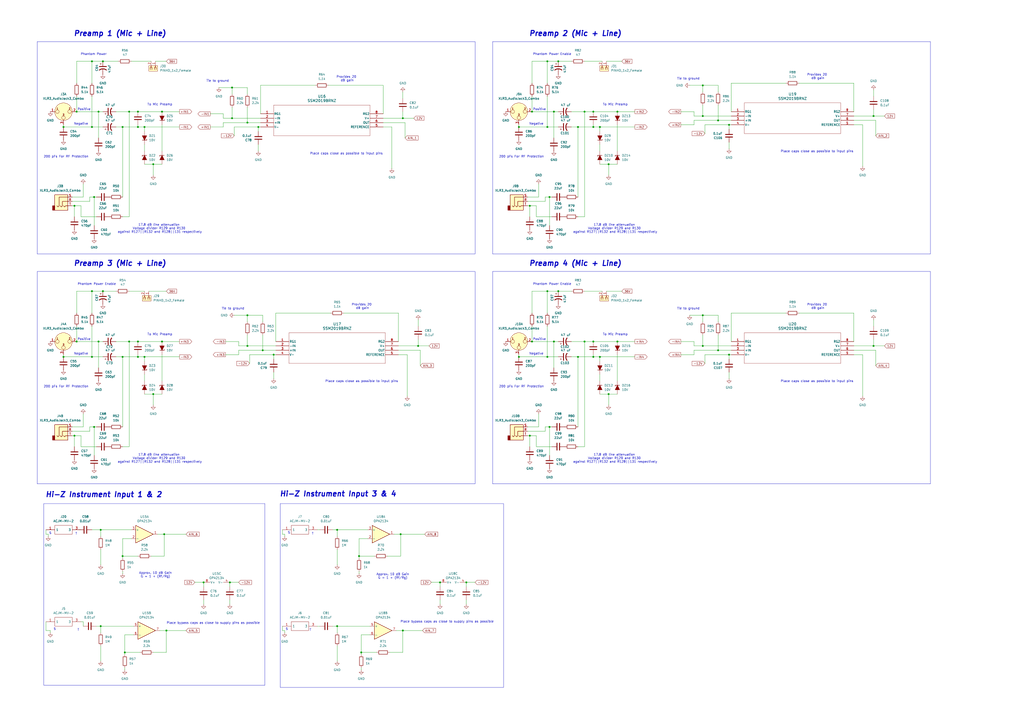
<source format=kicad_sch>
(kicad_sch (version 20231120) (generator "eeschema") (generator_version "8.0")
  (paper "A2")
  (title_block (title "Preamps1"))
  (lib_symbols
    (symbol "Amplifier_Operational:OPA2134" (pin_names (offset 0.127))
      (property "Reference" "U" (at 0 5.08 0))
      (property "Value" "OPA2134" (at 0 -5.08 0))
      (symbol "OPA2134_1_1"
        (pin output line (at 7.62 0 180) (length 2.54) (name "~") (number "1"))
        (pin input line (at -7.62 -2.54 0) (length 2.54) (name "-") (number "2"))
        (pin input line (at -7.62 2.54 0) (length 2.54) (name "+") (number "3"))
      )
      (symbol "OPA2134_2_1"
        (pin input line (at -7.62 2.54 0) (length 2.54) (name "+") (number "5"))
        (pin input line (at -7.62 -2.54 0) (length 2.54) (name "-") (number "6"))
        (pin output line (at 7.62 0 180) (length 2.54) (name "~") (number "7"))
      )
      (symbol "OPA2134_3_1"
        (pin power_in line (at -2.54 -7.62 90) (length 3.81) (name "V-") (number "4"))
        (pin power_in line (at -2.54 7.62 270) (length 3.81) (name "V+") (number "8"))
      )
    )
    (symbol "Connector_Audio:XLR3_AudioJack3_Combo" (pin_names hide)
      (property "Reference" "J" (at 0 10.16 0))
      (property "Value" "XLR3_AudioJack3_Combo" (at 0 7.62 0))
      (symbol "XLR3_AudioJack3_Combo_1_1"
        (text "1" (at -3.556 1.778 0) (effects (font (size 1.016 1.016) (bold yes))))
        (text "2" (at 3.556 1.778 0) (effects (font (size 1.016 1.016) (bold yes))))
        (text "3" (at 0 -1.778 0) (effects (font (size 1.016 1.016) (bold yes))))
        (pin passive line (at -7.62 0 0) (length 2.54) (name "~") (number "1"))
        (pin passive line (at 7.62 0 180) (length 2.54) (name "~") (number "2"))
        (pin passive line (at 0 -7.62 90) (length 2.54) (name "~") (number "3"))
      )
      (symbol "XLR3_AudioJack3_Combo_2_1"
        (pin passive line (at 5.08 0 180) (length 2.54) (name "~") (number "R"))
        (pin passive line (at 5.08 2.54 180) (length 2.54) (name "~") (number "S"))
        (pin passive line (at 5.08 -2.54 180) (length 2.54) (name "~") (number "T"))
      )
    )
    (symbol "Device:C" (pin_numbers hide) (pin_names (offset 0.254))
      (property "Reference" "C" (at 0.635 2.54 0))
      (property "Value" "C" (at 0.635 -2.54 0))
      (symbol "C_1_1"
        (pin passive line (at 0 3.81 270) (length 2.794) (name "~") (number "1"))
        (pin passive line (at 0 -3.81 90) (length 2.794) (name "~") (number "2"))
      )
    )
    (symbol "Device:C_Polarized_US" (pin_numbers hide) (pin_names (offset 0.254) hide)
      (property "Reference" "C" (at 0.635 2.54 0))
      (property "Value" "C_Polarized_US" (at 0.635 -2.54 0))
      (symbol "C_Polarized_US_1_1"
        (pin passive line (at 0 3.81 270) (length 2.794) (name "~") (number "1"))
        (pin passive line (at 0 -3.81 90) (length 3.302) (name "~") (number "2"))
      )
    )
    (symbol "Device:R" (pin_numbers hide) (pin_names (offset 0))
      (property "Reference" "R" (at 2.032 0 90))
      (property "Value" "R" (at 0 0 90))
      (symbol "R_1_1"
        (pin passive line (at 0 3.81 270) (length 1.27) (name "~") (number "1"))
        (pin passive line (at 0 -3.81 90) (length 1.27) (name "~") (number "2"))
      )
    )
    (symbol "PCM_Diode_Zener_AKL:D_Zener_Generic" (pin_numbers hide) (pin_names (offset 1.016) hide)
      (property "Reference" "DZ" (at 0 7.62 0))
      (property "Value" "D_Zener_Generic" (at 0 5.08 0))
      (symbol "D_Zener_Generic_1_1"
        (pin passive line (at 3.81 0 180) (length 2.54) (name "K") (number "1"))
        (pin passive line (at -3.81 0 0) (length 2.54) (name "A") (number "2"))
      )
      (symbol "D_Zener_Generic_1_2"
        (pin passive line (at 2.54 2.54 180) (length 0) (name "K") (number "1"))
        (pin passive line (at -2.54 -2.54 0) (length 0) (name "A") (number "2"))
      )
    )
    (symbol "PCM_SL_Pin_Headers:PINHD_1x2_Female"
      (property "Reference" "J" (at 0 7.62 0))
      (property "Value" "PINHD_1x2_Female" (at 0 5.08 0))
      (symbol "PINHD_1x2_Female_1_1"
        (pin passive line (at -3.81 1.27 0) (length 2.54) (name "") (number "1"))
        (pin passive line (at -3.81 -1.27 0) (length 2.54) (name "") (number "2"))
      )
    )
    (symbol "SDLibrary:SSM2019BRNZ" (pin_names (offset 0.254))
      (property "Reference" "U" (at 35.56 10.16 0))
      (property "Value" "SSM2019BRNZ" (at 35.56 7.62 0))
      (symbol "SSM2019BRNZ_0_1"
        (pin unspecified line (at 0 0 0) (length 7.62) (name "RG1") (number "1"))
        (pin unspecified line (at 0 -2.54 0) (length 7.62) (name "-IN") (number "2"))
        (pin unspecified line (at 0 -5.08 0) (length 7.62) (name "+IN") (number "3"))
        (pin power_in line (at 0 -7.62 0) (length 7.62) (name "V-") (number "4"))
        (pin unspecified line (at 71.12 -7.62 180) (length 7.62) (name "REFERENCE") (number "5"))
        (pin unspecified line (at 71.12 -5.08 180) (length 7.62) (name "OUT") (number "6"))
        (pin power_in line (at 71.12 -2.54 180) (length 7.62) (name "V+") (number "7"))
        (pin unspecified line (at 71.12 0 180) (length 7.62) (name "RG2") (number "8"))
      )
    )
    (symbol "SamacSys_Parts:ACJM-MV-2" (pin_names (offset 0.762))
      (property "Reference" "J" (at 16.51 7.62 0))
      (property "Value" "ACJM-MV-2" (at 16.51 5.08 0))
      (symbol "ACJM-MV-2_0_0"
        (pin passive line (at 20.32 0 180) (length 5.08) (name "1") (number "1"))
        (pin passive line (at 0 0 0) (length 5.08) (name "3") (number "3"))
      )
    )
    (symbol "power:GND" (power) (pin_numbers hide) (pin_names (offset 0) hide)
      (property "Value" "GND" (at 0 -3.81 0))
      (symbol "GND_1_1"
        (pin power_in line (at 0 0 270) (length 0) (name "~") (number "1"))
      )
    )
  )
  (junction (at 71.12 73.66))
  (junction (at 44.45 198.12))
  (junction (at 232.41 309.88))
  (junction (at 83.82 207.01))
  (junction (at 233.68 68.58))
  (junction (at 407.67 182.88))
  (junction (at 422.91 72.39))
  (junction (at 317.5 35.56))
  (junction (at 353.06 95.25))
  (junction (at 347.98 207.01))
  (junction (at 195.58 307.34))
  (junction (at 358.14 198.12))
  (junction (at 344.17 207.01))
  (junction (at 93.98 198.12))
  (junction (at 317.5 73.66))
  (junction (at 209.55 378.46))
  (junction (at 53.34 207.01))
  (junction (at 71.12 322.58))
  (junction (at 318.77 247.65))
  (junction (at 54.61 247.65))
  (junction (at 152.4 203.2))
  (junction (at 347.98 73.66))
  (junction (at 358.14 64.77))
  (junction (at 308.61 198.12))
  (junction (at 58.42 307.34))
  (junction (at 506.73 67.31))
  (junction (at 74.93 198.12))
  (junction (at 96.52 365.76))
  (junction (at 208.28 322.58))
  (junction (at 318.77 114.3))
  (junction (at 93.98 64.77))
  (junction (at 36.83 207.01))
  (junction (at 59.69 168.91))
  (junction (at 339.09 198.12))
  (junction (at 95.25 309.88))
  (junction (at 407.67 200.66))
  (junction (at 321.31 64.77))
  (junction (at 416.56 203.2))
  (junction (at 72.39 378.46))
  (junction (at 195.58 363.22))
  (junction (at 270.51 337.82))
  (junction (at 307.34 252.73))
  (junction (at 53.34 168.91))
  (junction (at 317.5 168.91))
  (junction (at 43.18 252.73))
  (junction (at 88.9 95.25))
  (junction (at 80.01 64.77))
  (junction (at 57.15 198.12))
  (junction (at 407.67 67.31))
  (junction (at 88.9 228.6))
  (junction (at 83.82 73.66))
  (junction (at 134.62 68.58))
  (junction (at 344.17 64.77))
  (junction (at 143.51 71.12))
  (junction (at 134.62 50.8))
  (junction (at 43.18 119.38))
  (junction (at 344.17 198.12))
  (junction (at 308.61 64.77))
  (junction (at 118.11 337.82))
  (junction (at 59.69 35.56))
  (junction (at 149.86 73.66))
  (junction (at 58.42 363.22))
  (junction (at 321.31 198.12))
  (junction (at 416.56 69.85))
  (junction (at 36.83 73.66))
  (junction (at 422.91 205.74))
  (junction (at 233.68 365.76))
  (junction (at 80.01 198.12))
  (junction (at 71.12 207.01))
  (junction (at 242.57 200.66))
  (junction (at 57.15 64.77))
  (junction (at 133.35 337.82))
  (junction (at 323.85 168.91))
  (junction (at 344.17 73.66))
  (junction (at 143.51 200.66))
  (junction (at 53.34 35.56))
  (junction (at 506.73 200.66))
  (junction (at 317.5 207.01))
  (junction (at 407.67 49.53))
  (junction (at 80.01 207.01))
  (junction (at 158.75 205.74))
  (junction (at 53.34 73.66))
  (junction (at 339.09 64.77))
  (junction (at 74.93 64.77))
  (junction (at 44.45 64.77))
  (junction (at 300.99 207.01))
  (junction (at 335.28 207.01))
  (junction (at 255.27 337.82))
  (junction (at 335.28 73.66))
  (junction (at 80.01 73.66))
  (junction (at 323.85 35.56))
  (junction (at 54.61 114.3))
  (junction (at 300.99 73.66))
  (junction (at 143.51 182.88))
  (junction (at 353.06 228.6))
  (junction (at 307.34 119.38))
  (wire (pts (xy 53.34 55.88) (xy 53.34 73.66)))
  (wire (pts (xy 71.12 312.42) (xy 76.2 312.42)))
  (wire (pts (xy 52.07 247.65) (xy 52.07 250.19)))
  (wire (pts (xy 416.56 69.85) (xy 402.59 69.85)))
  (wire (pts (xy 308.61 198.12) (xy 321.31 198.12)))
  (wire (pts (xy 54.61 247.65) (xy 52.07 247.65)))
  (wire (pts (xy 407.67 60.96) (xy 407.67 67.31)))
  (wire (pts (xy 222.25 49.53) (xy 222.25 66.04)))
  (wire (pts (xy 506.73 185.42) (xy 506.73 189.23)))
  (wire (pts (xy 231.14 205.74) (xy 236.22 205.74)))
  (wire (pts (xy 43.18 252.73) (xy 46.99 252.73)))
  (wire (pts (xy 26.67 365.76) (xy 26.67 360.68)))
  (wire (pts (xy 43.18 252.73) (xy 43.18 259.08)))
  (wire (pts (xy 129.54 68.58) (xy 134.62 68.58)))
  (wire (pts (xy 67.31 207.01) (xy 71.12 207.01)))
  (wire (pts (xy 308.61 35.56) (xy 308.61 48.26)))
  (wire (pts (xy 222.25 73.66) (xy 227.33 73.66)))
  (wire (pts (xy 500.38 205.74) (xy 500.38 229.87)))
  (wire (pts (xy 209.55 378.46) (xy 209.55 379.73)))
  (wire (pts (xy 339.09 64.77) (xy 344.17 64.77)))
  (wire (pts (xy 46.99 125.73) (xy 55.88 125.73)))
  (wire (pts (xy 53.34 189.23) (xy 53.34 207.01)))
  (wire (pts (xy 306.07 116.84) (xy 316.23 116.84)))
  (wire (pts (xy 118.11 337.82) (xy 118.11 340.36)))
  (wire (pts (xy 54.61 114.3) (xy 52.07 114.3)))
  (wire (pts (xy 306.07 250.19) (xy 316.23 250.19)))
  (wire (pts (xy 93.98 72.39) (xy 93.98 87.63)))
  (wire (pts (xy 193.04 307.34) (xy 195.58 307.34)))
  (wire (pts (xy 318.77 114.3) (xy 316.23 114.3)))
  (wire (pts (xy 53.34 168.91) (xy 59.69 168.91)))
  (wire (pts (xy 407.67 49.53) (xy 407.67 53.34)))
  (wire (pts (xy 27.94 309.88) (xy 27.94 311.15)))
  (wire (pts (xy 233.68 365.76) (xy 233.68 378.46)))
  (wire (pts (xy 43.18 119.38) (xy 46.99 119.38)))
  (wire (pts (xy 143.51 71.12) (xy 129.54 71.12)))
  (wire (pts (xy 231.14 203.2) (xy 243.84 203.2)))
  (wire (pts (xy 46.99 307.34) (xy 45.72 307.34)))
  (wire (pts (xy 231.14 200.66) (xy 242.57 200.66)))
  (wire (pts (xy 54.61 247.65) (xy 54.61 264.16)))
  (wire (pts (xy 149.86 73.66) (xy 149.86 76.2)))
  (wire (pts (xy 344.17 64.77) (xy 358.14 64.77)))
  (wire (pts (xy 208.28 331.47) (xy 208.28 332.74)))
  (wire (pts (xy 347.98 73.66) (xy 347.98 76.2)))
  (wire (pts (xy 335.28 73.66) (xy 344.17 73.66)))
  (wire (pts (xy 422.91 86.36) (xy 422.91 82.55)))
  (wire (pts (xy 317.5 73.66) (xy 323.85 73.66)))
  (wire (pts (xy 358.14 205.74) (xy 358.14 220.98)))
  (wire (pts (xy 228.6 309.88) (xy 232.41 309.88)))
  (wire (pts (xy 83.82 73.66) (xy 104.14 73.66)))
  (wire (pts (xy 143.51 62.23) (xy 143.51 71.12)))
  (wire (pts (xy 96.52 365.76) (xy 92.71 365.76)))
  (wire (pts (xy 27.94 309.88) (xy 26.67 309.88)))
  (wire (pts (xy 300.99 207.01) (xy 300.99 205.74)))
  (wire (pts (xy 312.42 247.65) (xy 312.42 240.03)))
  (wire (pts (xy 331.47 73.66) (xy 335.28 73.66)))
  (wire (pts (xy 160.02 181.61) (xy 160.02 198.12)))
  (wire (pts (xy 308.61 64.77) (xy 321.31 64.77)))
  (wire (pts (xy 308.61 189.23) (xy 308.61 198.12)))
  (wire (pts (xy 133.35 337.82) (xy 133.35 340.36)))
  (wire (pts (xy 344.17 207.01) (xy 347.98 207.01)))
  (wire (pts (xy 495.3 200.66) (xy 506.73 200.66)))
  (wire (pts (xy 58.42 318.77) (xy 58.42 327.66)))
  (wire (pts (xy 321.31 64.77) (xy 323.85 64.77)))
  (wire (pts (xy 83.82 207.01) (xy 83.82 209.55)))
  (wire (pts (xy 72.39 378.46) (xy 81.28 378.46)))
  (wire (pts (xy 495.3 205.74) (xy 500.38 205.74)))
  (wire (pts (xy 76.2 35.56) (xy 87.63 35.56)))
  (wire (pts (xy 317.5 168.91) (xy 323.85 168.91)))
  (wire (pts (xy 422.91 72.39) (xy 422.91 74.93)))
  (wire (pts (xy 339.09 168.91) (xy 349.25 168.91)))
  (wire (pts (xy 347.98 83.82) (xy 347.98 87.63)))
  (wire (pts (xy 353.06 228.6) (xy 353.06 234.95)))
  (wire (pts (xy 133.35 347.98) (xy 133.35 350.52)))
  (wire (pts (xy 83.82 73.66) (xy 83.82 76.2)))
  (wire (pts (xy 402.59 69.85) (xy 402.59 72.39)))
  (wire (pts (xy 190.5 49.53) (xy 222.25 49.53)))
  (wire (pts (xy 199.39 181.61) (xy 231.14 181.61)))
  (wire (pts (xy 88.9 378.46) (xy 96.52 378.46)))
  (wire (pts (xy 48.26 360.68) (xy 48.26 363.22)))
  (wire (pts (xy 93.98 198.12) (xy 104.14 198.12)))
  (wire (pts (xy 55.88 363.22) (xy 58.42 363.22)))
  (wire (pts (xy 149.86 73.66) (xy 151.13 73.66)))
  (wire (pts (xy 96.52 365.76) (xy 96.52 378.46)))
  (wire (pts (xy 233.68 68.58) (xy 240.03 68.58)))
  (wire (pts (xy 143.51 182.88) (xy 143.51 186.69)))
  (wire (pts (xy 130.81 198.12) (xy 138.43 198.12)))
  (wire (pts (xy 83.82 217.17) (xy 83.82 220.98)))
  (wire (pts (xy 46.99 360.68) (xy 48.26 360.68)))
  (wire (pts (xy 193.04 363.22) (xy 195.58 363.22)))
  (wire (pts (xy 236.22 205.74) (xy 236.22 229.87)))
  (wire (pts (xy 43.18 119.38) (xy 43.18 125.73)))
  (wire (pts (xy 163.83 365.76) (xy 163.83 363.22)))
  (wire (pts (xy 58.42 307.34) (xy 58.42 311.15)))
  (wire (pts (xy 353.06 95.25) (xy 353.06 101.6)))
  (wire (pts (xy 53.34 73.66) (xy 59.69 73.66)))
  (wire (pts (xy 144.78 205.74) (xy 144.78 210.82)))
  (wire (pts (xy 129.54 71.12) (xy 129.54 73.66)))
  (wire (pts (xy 270.51 337.82) (xy 270.51 340.36)))
  (wire (pts (xy 41.91 116.84) (xy 52.07 116.84)))
  (wire (pts (xy 44.45 35.56) (xy 44.45 48.26)))
  (wire (pts (xy 57.15 64.77) (xy 57.15 80.01)))
  (wire (pts (xy 227.33 73.66) (xy 227.33 97.79)))
  (wire (pts (xy 424.18 48.26) (xy 424.18 64.77)))
  (wire (pts (xy 308.61 35.56) (xy 317.5 35.56)))
  (wire (pts (xy 129.54 66.04) (xy 129.54 68.58)))
  (wire (pts (xy 29.21 365.76) (xy 26.67 365.76)))
  (wire (pts (xy 402.59 200.66) (xy 407.67 200.66)))
  (wire (pts (xy 80.01 207.01) (xy 83.82 207.01)))
  (wire (pts (xy 88.9 228.6) (xy 88.9 234.95)))
  (wire (pts (xy 57.15 64.77) (xy 59.69 64.77)))
  (wire (pts (xy 59.69 35.56) (xy 68.58 35.56)))
  (wire (pts (xy 495.3 48.26) (xy 495.3 64.77)))
  (wire (pts (xy 424.18 69.85) (xy 416.56 69.85)))
  (wire (pts (xy 316.23 114.3) (xy 316.23 116.84)))
  (wire (pts (xy 93.98 205.74) (xy 93.98 220.98)))
  (wire (pts (xy 53.34 207.01) (xy 59.69 207.01)))
  (wire (pts (xy 48.26 114.3) (xy 48.26 106.68)))
  (wire (pts (xy 195.58 363.22) (xy 195.58 367.03)))
  (wire (pts (xy 422.91 72.39) (xy 424.18 72.39)))
  (wire (pts (xy 149.86 87.63) (xy 149.86 83.82)))
  (wire (pts (xy 41.91 252.73) (xy 43.18 252.73)))
  (wire (pts (xy 138.43 200.66) (xy 143.51 200.66)))
  (wire (pts (xy 335.28 207.01) (xy 335.28 247.65)))
  (wire (pts (xy 422.91 205.74) (xy 422.91 208.28)))
  (wire (pts (xy 402.59 64.77) (xy 402.59 67.31)))
  (wire (pts (xy 71.12 73.66) (xy 80.01 73.66)))
  (wire (pts (xy 151.13 71.12) (xy 143.51 71.12)))
  (wire (pts (xy 88.9 95.25) (xy 93.98 95.25)))
  (wire (pts (xy 80.01 73.66) (xy 83.82 73.66)))
  (wire (pts (xy 152.4 182.88) (xy 152.4 186.69)))
  (wire (pts (xy 317.5 55.88) (xy 317.5 73.66)))
  (wire (pts (xy 158.75 219.71) (xy 158.75 215.9)))
  (wire (pts (xy 165.1 365.76) (xy 165.1 367.03)))
  (wire (pts (xy 255.27 347.98) (xy 255.27 350.52)))
  (wire (pts (xy 506.73 67.31) (xy 513.08 67.31)))
  (wire (pts (xy 407.67 200.66) (xy 424.18 200.66)))
  (wire (pts (xy 347.98 217.17) (xy 347.98 220.98)))
  (wire (pts (xy 138.43 205.74) (xy 130.81 205.74)))
  (wire (pts (xy 335.28 259.08) (xy 339.09 259.08)))
  (wire (pts (xy 77.47 368.3) (xy 72.39 368.3)))
  (wire (pts (xy 88.9 95.25) (xy 88.9 101.6)))
  (wire (pts (xy 318.77 114.3) (xy 318.77 130.81)))
  (wire (pts (xy 143.51 200.66) (xy 160.02 200.66)))
  (wire (pts (xy 83.82 83.82) (xy 83.82 87.63)))
  (wire (pts (xy 72.39 378.46) (xy 72.39 379.73)))
  (wire (pts (xy 208.28 322.58) (xy 208.28 323.85)))
  (wire (pts (xy 358.14 198.12) (xy 368.3 198.12)))
  (wire (pts (xy 400.05 49.53) (xy 407.67 49.53)))
  (wire (pts (xy 335.28 125.73) (xy 339.09 125.73)))
  (wire (pts (xy 36.83 207.01) (xy 36.83 205.74)))
  (wire (pts (xy 58.42 363.22) (xy 77.47 363.22)))
  (wire (pts (xy 53.34 35.56) (xy 53.34 48.26)))
  (wire (pts (xy 317.5 35.56) (xy 323.85 35.56)))
  (wire (pts (xy 331.47 207.01) (xy 335.28 207.01)))
  (wire (pts (xy 335.28 207.01) (xy 344.17 207.01)))
  (wire (pts (xy 29.21 365.76) (xy 29.21 367.03)))
  (wire (pts (xy 44.45 168.91) (xy 44.45 181.61)))
  (wire (pts (xy 67.31 198.12) (xy 74.93 198.12)))
  (wire (pts (xy 91.44 309.88) (xy 95.25 309.88)))
  (wire (pts (xy 195.58 374.65) (xy 195.58 383.54)))
  (wire (pts (xy 455.93 48.26) (xy 424.18 48.26)))
  (wire (pts (xy 353.06 228.6) (xy 358.14 228.6)))
  (wire (pts (xy 163.83 307.34) (xy 163.83 309.88)))
  (wire (pts (xy 416.56 60.96) (xy 416.56 69.85)))
  (wire (pts (xy 506.73 63.5) (xy 506.73 67.31)))
  (wire (pts (xy 408.94 72.39) (xy 408.94 77.47)))
  (wire (pts (xy 208.28 312.42) (xy 208.28 322.58)))
  (wire (pts (xy 80.01 198.12) (xy 93.98 198.12)))
  (wire (pts (xy 331.47 64.77) (xy 339.09 64.77)))
  (wire (pts (xy 88.9 228.6) (xy 93.98 228.6)))
  (wire (pts (xy 300.99 73.66) (xy 317.5 73.66)))
  (wire (pts (xy 55.88 247.65) (xy 54.61 247.65)))
  (wire (pts (xy 83.82 95.25) (xy 88.9 95.25)))
  (wire (pts (xy 317.5 35.56) (xy 317.5 48.26)))
  (wire (pts (xy 71.12 322.58) (xy 71.12 323.85)))
  (wire (pts (xy 394.97 64.77) (xy 402.59 64.77)))
  (wire (pts (xy 231.14 181.61) (xy 231.14 198.12)))
  (wire (pts (xy 41.91 114.3) (xy 48.26 114.3)))
  (wire (pts (xy 400.05 182.88) (xy 407.67 182.88)))
  (wire (pts (xy 323.85 168.91) (xy 331.47 168.91)))
  (wire (pts (xy 317.5 168.91) (xy 317.5 181.61)))
  (wire (pts (xy 71.12 125.73) (xy 74.93 125.73)))
  (wire (pts (xy 495.3 181.61) (xy 495.3 198.12)))
  (wire (pts (xy 402.59 203.2) (xy 402.59 205.74)))
  (wire (pts (xy 67.31 73.66) (xy 71.12 73.66)))
  (wire (pts (xy 300.99 73.66) (xy 300.99 72.39)))
  (wire (pts (xy 407.67 182.88) (xy 407.67 186.69)))
  (wire (pts (xy 151.13 49.53) (xy 151.13 66.04)))
  (wire (pts (xy 508 203.2) (xy 508 212.09)))
  (wire (pts (xy 506.73 200.66) (xy 513.08 200.66)))
  (wire (pts (xy 320.04 247.65) (xy 318.77 247.65)))
  (wire (pts (xy 41.91 247.65) (xy 48.26 247.65)))
  (wire (pts (xy 306.07 247.65) (xy 312.42 247.65)))
  (wire (pts (xy 224.79 322.58) (xy 232.41 322.58)))
  (wire (pts (xy 307.34 252.73) (xy 311.15 252.73)))
  (wire (pts (xy 270.51 347.98) (xy 270.51 350.52)))
  (wire (pts (xy 422.91 219.71) (xy 422.91 215.9)))
  (wire (pts (xy 74.93 198.12) (xy 80.01 198.12)))
  (wire (pts (xy 44.45 55.88) (xy 44.45 64.77)))
  (wire (pts (xy 195.58 307.34) (xy 195.58 311.15)))
  (wire (pts (xy 127 50.8) (xy 134.62 50.8)))
  (wire (pts (xy 311.15 259.08) (xy 320.04 259.08)))
  (wire (pts (xy 133.35 337.82) (xy 138.43 337.82)))
  (wire (pts (xy 331.47 198.12) (xy 339.09 198.12)))
  (wire (pts (xy 44.45 35.56) (xy 53.34 35.56)))
  (wire (pts (xy 214.63 368.3) (xy 209.55 368.3)))
  (wire (pts (xy 351.79 35.56) (xy 360.68 35.56)))
  (wire (pts (xy 416.56 194.31) (xy 416.56 203.2)))
  (wire (pts (xy 508 69.85) (xy 508 78.74)))
  (wire (pts (xy 71.12 207.01) (xy 80.01 207.01)))
  (wire (pts (xy 59.69 168.91) (xy 67.31 168.91)))
  (wire (pts (xy 317.5 189.23) (xy 317.5 207.01)))
  (wire (pts (xy 335.28 73.66) (xy 335.28 114.3)))
  (wire (pts (xy 185.42 363.22) (xy 184.15 363.22)))
  (wire (pts (xy 58.42 374.65) (xy 58.42 383.54)))
  (wire (pts (xy 74.93 259.08) (xy 74.93 198.12)))
  (wire (pts (xy 339.09 35.56) (xy 349.25 35.56)))
  (wire (pts (xy 71.12 312.42) (xy 71.12 322.58)))
  (wire (pts (xy 71.12 73.66) (xy 71.12 114.3)))
  (wire (pts (xy 317.5 207.01) (xy 323.85 207.01)))
  (wire (pts (xy 311.15 125.73) (xy 320.04 125.73)))
  (wire (pts (xy 46.99 119.38) (xy 46.99 125.73)))
  (wire (pts (xy 232.41 309.88) (xy 232.41 322.58)))
  (wire (pts (xy 135.89 182.88) (xy 143.51 182.88)))
  (wire (pts (xy 121.92 66.04) (xy 129.54 66.04)))
  (wire (pts (xy 408.94 72.39) (xy 422.91 72.39)))
  (wire (pts (xy 135.89 73.66) (xy 149.86 73.66)))
  (wire (pts (xy 36.83 207.01) (xy 53.34 207.01)))
  (wire (pts (xy 347.98 207.01) (xy 368.3 207.01)))
  (wire (pts (xy 347.98 73.66) (xy 368.3 73.66)))
  (wire (pts (xy 96.52 365.76) (xy 107.95 365.76)))
  (wire (pts (xy 72.39 368.3) (xy 72.39 378.46)))
  (wire (pts (xy 143.51 182.88) (xy 152.4 182.88)))
  (wire (pts (xy 195.58 318.77) (xy 195.58 327.66)))
  (wire (pts (xy 67.31 64.77) (xy 74.93 64.77)))
  (wire (pts (xy 93.98 64.77) (xy 104.14 64.77)))
  (wire (pts (xy 243.84 203.2) (xy 243.84 212.09)))
  (wire (pts (xy 339.09 125.73) (xy 339.09 64.77)))
  (wire (pts (xy 83.82 228.6) (xy 88.9 228.6)))
  (wire (pts (xy 353.06 95.25) (xy 358.14 95.25)))
  (wire (pts (xy 46.99 259.08) (xy 55.88 259.08)))
  (wire (pts (xy 152.4 203.2) (xy 138.43 203.2)))
  (wire (pts (xy 158.75 205.74) (xy 160.02 205.74)))
  (wire (pts (xy 306.07 119.38) (xy 307.34 119.38)))
  (wire (pts (xy 80.01 72.39) (xy 80.01 73.66)))
  (wire (pts (xy 134.62 62.23) (xy 134.62 68.58)))
  (wire (pts (xy 311.15 119.38) (xy 311.15 125.73)))
  (wire (pts (xy 422.91 205.74) (xy 424.18 205.74)))
  (wire (pts (xy 135.89 73.66) (xy 135.89 78.74)))
  (wire (pts (xy 318.77 247.65) (xy 318.77 264.16)))
  (wire (pts (xy 312.42 114.3) (xy 312.42 106.68)))
  (wire (pts (xy 321.31 64.77) (xy 321.31 80.01)))
  (wire (pts (xy 311.15 252.73) (xy 311.15 259.08)))
  (wire (pts (xy 339.09 198.12) (xy 344.17 198.12)))
  (wire (pts (xy 74.93 64.77) (xy 80.01 64.77)))
  (wire (pts (xy 209.55 378.46) (xy 218.44 378.46)))
  (wire (pts (xy 270.51 337.82) (xy 275.59 337.82)))
  (wire (pts (xy 138.43 198.12) (xy 138.43 200.66)))
  (wire (pts (xy 72.39 387.35) (xy 72.39 388.62)))
  (wire (pts (xy 191.77 181.61) (xy 160.02 181.61)))
  (wire (pts (xy 344.17 72.39) (xy 344.17 73.66)))
  (wire (pts (xy 402.59 205.74) (xy 394.97 205.74)))
  (wire (pts (xy 344.17 205.74) (xy 344.17 207.01)))
  (wire (pts (xy 344.17 198.12) (xy 358.14 198.12)))
  (wire (pts (xy 208.28 322.58) (xy 217.17 322.58)))
  (wire (pts (xy 344.17 73.66) (xy 347.98 73.66)))
  (wire (pts (xy 307.34 252.73) (xy 307.34 259.08)))
  (wire (pts (xy 195.58 307.34) (xy 213.36 307.34)))
  (wire (pts (xy 44.45 198.12) (xy 57.15 198.12)))
  (wire (pts (xy 95.25 309.88) (xy 95.25 322.58)))
  (wire (pts (xy 242.57 200.66) (xy 248.92 200.66)))
  (wire (pts (xy 232.41 309.88) (xy 246.38 309.88)))
  (wire (pts (xy 44.45 64.77) (xy 57.15 64.77)))
  (wire (pts (xy 463.55 181.61) (xy 495.3 181.61)))
  (wire (pts (xy 416.56 49.53) (xy 416.56 53.34)))
  (wire (pts (xy 160.02 203.2) (xy 152.4 203.2)))
  (wire (pts (xy 165.1 365.76) (xy 163.83 365.76)))
  (wire (pts (xy 320.04 114.3) (xy 318.77 114.3)))
  (wire (pts (xy 95.25 309.88) (xy 107.95 309.88)))
  (wire (pts (xy 402.59 198.12) (xy 402.59 200.66)))
  (wire (pts (xy 74.93 168.91) (xy 83.82 168.91)))
  (wire (pts (xy 506.73 196.85) (xy 506.73 200.66)))
  (wire (pts (xy 134.62 50.8) (xy 134.62 54.61)))
  (wire (pts (xy 402.59 72.39) (xy 394.97 72.39)))
  (wire (pts (xy 233.68 365.76) (xy 245.11 365.76)))
  (wire (pts (xy 222.25 71.12) (xy 234.95 71.12)))
  (wire (pts (xy 321.31 198.12) (xy 323.85 198.12)))
  (wire (pts (xy 339.09 259.08) (xy 339.09 198.12)))
  (wire (pts (xy 134.62 50.8) (xy 143.51 50.8)))
  (wire (pts (xy 158.75 205.74) (xy 158.75 208.28)))
  (wire (pts (xy 52.07 114.3) (xy 52.07 116.84)))
  (wire (pts (xy 455.93 181.61) (xy 424.18 181.61)))
  (wire (pts (xy 394.97 198.12) (xy 402.59 198.12)))
  (wire (pts (xy 163.83 309.88) (xy 165.1 309.88)))
  (wire (pts (xy 44.45 189.23) (xy 44.45 198.12)))
  (wire (pts (xy 495.3 69.85) (xy 508 69.85)))
  (wire (pts (xy 113.03 337.82) (xy 118.11 337.82)))
  (wire (pts (xy 36.83 73.66) (xy 53.34 73.66)))
  (wire (pts (xy 86.36 168.91) (xy 96.52 168.91)))
  (wire (pts (xy 58.42 307.34) (xy 76.2 307.34)))
  (wire (pts (xy 36.83 73.66) (xy 36.83 72.39)))
  (wire (pts (xy 500.38 72.39) (xy 500.38 96.52)))
  (wire (pts (xy 347.98 228.6) (xy 353.06 228.6)))
  (wire (pts (xy 209.55 387.35) (xy 209.55 388.62)))
  (wire (pts (xy 83.82 207.01) (xy 104.14 207.01)))
  (wire (pts (xy 87.63 322.58) (xy 95.25 322.58)))
  (wire (pts (xy 53.34 35.56) (xy 59.69 35.56)))
  (wire (pts (xy 408.94 205.74) (xy 422.91 205.74)))
  (wire (pts (xy 250.19 337.82) (xy 255.27 337.82)))
  (wire (pts (xy 358.14 72.39) (xy 358.14 87.63)))
  (wire (pts (xy 71.12 322.58) (xy 80.01 322.58)))
  (wire (pts (xy 129.54 73.66) (xy 121.92 73.66)))
  (wire (pts (xy 222.25 68.58) (xy 233.68 68.58)))
  (wire (pts (xy 55.88 114.3) (xy 54.61 114.3)))
  (wire (pts (xy 407.67 49.53) (xy 416.56 49.53)))
  (wire (pts (xy 152.4 194.31) (xy 152.4 203.2)))
  (wire (pts (xy 143.51 194.31) (xy 143.51 200.66)))
  (wire (pts (xy 233.68 53.34) (xy 233.68 57.15)))
  (wire (pts (xy 402.59 67.31) (xy 407.67 67.31)))
  (wire (pts (xy 347.98 95.25) (xy 353.06 95.25)))
  (wire (pts (xy 308.61 55.88) (xy 308.61 64.77)))
  (wire (pts (xy 44.45 168.91) (xy 53.34 168.91)))
  (wire (pts (xy 165.1 309.88) (xy 165.1 311.15)))
  (wire (pts (xy 307.34 119.38) (xy 307.34 125.73)))
  (wire (pts (xy 53.34 168.91) (xy 53.34 181.61)))
  (wire (pts (xy 209.55 368.3) (xy 209.55 378.46)))
  (wire (pts (xy 347.98 207.01) (xy 347.98 209.55)))
  (wire (pts (xy 307.34 119.38) (xy 311.15 119.38)))
  (wire (pts (xy 323.85 35.56) (xy 331.47 35.56)))
  (wire (pts (xy 300.99 207.01) (xy 317.5 207.01)))
  (wire (pts (xy 134.62 68.58) (xy 151.13 68.58)))
  (wire (pts (xy 46.99 252.73) (xy 46.99 259.08)))
  (wire (pts (xy 506.73 52.07) (xy 506.73 55.88)))
  (wire (pts (xy 463.55 48.26) (xy 495.3 48.26)))
  (wire (pts (xy 407.67 194.31) (xy 407.67 200.66)))
  (wire (pts (xy 144.78 205.74) (xy 158.75 205.74)))
  (wire (pts (xy 407.67 182.88) (xy 416.56 182.88)))
  (wire (pts (xy 308.61 168.91) (xy 308.61 181.61)))
  (wire (pts (xy 242.57 196.85) (xy 242.57 200.66)))
  (wire (pts (xy 71.12 259.08) (xy 74.93 259.08)))
  (wire (pts (xy 74.93 125.73) (xy 74.93 64.77)))
  (wire (pts (xy 41.91 250.19) (xy 52.07 250.19)))
  (wire (pts (xy 407.67 67.31) (xy 424.18 67.31)))
  (wire (pts (xy 424.18 181.61) (xy 424.18 198.12)))
  (wire (pts (xy 80.01 64.77) (xy 93.98 64.77)))
  (wire (pts (xy 233.68 64.77) (xy 233.68 68.58)))
  (wire (pts (xy 316.23 247.65) (xy 316.23 250.19)))
  (wire (pts (xy 495.3 203.2) (xy 508 203.2)))
  (wire (pts (xy 57.15 198.12) (xy 57.15 213.36)))
  (wire (pts (xy 408.94 205.74) (xy 408.94 210.82)))
  (wire (pts (xy 233.68 365.76) (xy 229.87 365.76)))
  (wire (pts (xy 58.42 363.22) (xy 58.42 367.03)))
  (wire (pts (xy 358.14 64.77) (xy 368.3 64.77)))
  (wire (pts (xy 57.15 198.12) (xy 59.69 198.12)))
  (wire (pts (xy 226.06 378.46) (xy 233.68 378.46)))
  (wire (pts (xy 242.57 185.42) (xy 242.57 189.23)))
  (wire (pts (xy 48.26 247.65) (xy 48.26 240.03)))
  (wire (pts (xy 234.95 71.12) (xy 234.95 80.01)))
  (wire (pts (xy 90.17 35.56) (xy 96.52 35.56)))
  (wire (pts (xy 41.91 119.38) (xy 43.18 119.38)))
  (wire (pts (xy 321.31 198.12) (xy 321.31 213.36)))
  (wire (pts (xy 71.12 331.47) (xy 71.12 332.74)))
  (wire (pts (xy 495.3 72.39) (xy 500.38 72.39)))
  (wire (pts (xy 306.07 114.3) (xy 312.42 114.3)))
  (wire (pts (xy 184.15 307.34) (xy 185.42 307.34)))
  (wire (pts (xy 138.43 203.2) (xy 138.43 205.74)))
  (wire (pts (xy 53.34 307.34) (xy 58.42 307.34)))
  (wire (pts (xy 208.28 312.42) (xy 213.36 312.42)))
  (wire (pts (xy 195.58 363.22) (xy 214.63 363.22)))
  (wire (pts (xy 495.3 67.31) (xy 506.73 67.31)))
  (wire (pts (xy 351.79 168.91) (xy 360.68 168.91)))
  (wire (pts (xy 80.01 205.74) (xy 80.01 207.01)))
  (wire (pts (xy 416.56 182.88) (xy 416.56 186.69)))
  (wire (pts (xy 318.77 247.65) (xy 316.23 247.65)))
  (wire (pts (xy 54.61 114.3) (xy 54.61 130.81)))
  (wire (pts (xy 71.12 207.01) (xy 71.12 247.65)))
  (wire (pts (xy 306.07 252.73) (xy 307.34 252.73)))
  (wire (pts (xy 308.61 168.91) (xy 317.5 168.91)))
  (wire (pts (xy 416.56 203.2) (xy 402.59 203.2)))
  (wire (pts (xy 182.88 49.53) (xy 151.13 49.53)))
  (wire (pts (xy 26.67 309.88) (xy 26.67 307.34)))
  (wire (pts (xy 255.27 337.82) (xy 255.27 340.36)))
  (wire (pts (xy 143.51 50.8) (xy 143.51 54.61)))
  (wire (pts (xy 118.11 347.98) (xy 118.11 350.52)))
  (wire (pts (xy 424.18 203.2) (xy 416.56 203.2)))
  (rectangle (start 285.75 24.13) (end 539.75 147.32))
  (rectangle (start 21.59 157.48) (end 275.59 280.67))
  (rectangle (start 21.59 24.13) (end 275.59 147.32))
  (rectangle (start 162.56 292.1) (end 292.1 398.78))
  (rectangle (start 285.75 157.48) (end 539.75 280.67))
  (rectangle (start 25.4 292.1) (end 153.67 397.51))
  (text "Phantom Power Enable" (at 320.294 31.496 0) (effects (font (size 1.27 1.27))))
  (text "Preamp 3 (Mic + Line)" (at 69.596 152.908 0) (effects (font (size 3 3) (thickness 0.6) (bold yes) (italic yes))))
  (text "Positive" (at 312.928 196.85 0) (effects (font (size 1.27 1.27))))
  (text "To Mic Preamp" (at 92.71 194.056 0) (effects (font (size 1.27 1.27))))
  (text "200 pFs For RF Protection\n" (at 38.354 90.932 0) (effects (font (size 1.27 1.27))))
  (text "Approx. 10 dB Gain\nG = 1 + (Rf/Rg)" (at 90.17 333.502 0) (effects (font (size 1.27 1.27))))
  (text "T" (at 181.356 309.626 0) (effects (font (size 1.27 1.27))))
  (text "T" (at 180.086 365.506 0) (effects (font (size 1.27 1.27))))
  (text "Place caps close as possible to input pins" (at 209.804 221.234 0) (effects (font (size 1.27 1.27))))
  (text "S" (at 31.75 364.998 0) (effects (font (size 1.27 1.27))))
  (text "T" (at 45.466 365.506 0) (effects (font (size 1.27 1.27))))
  (text "S" (at 167.64 309.118 0) (effects (font (size 1.27 1.27))))
  (text "Phantom Power Enable" (at 56.134 164.846 0) (effects (font (size 1.27 1.27))))
  (text "Hi-Z Instrument Input 1 & 2\n" (at 60.198 287.02 0) (effects (font (size 3 3) (thickness 0.6) (bold yes) (italic yes))))
  (text "17.8 dB line attenuation \nVoltage divider R129 and R130 \nagainst R127||R132 and R128||131 respectively\n\n" (at 356.87 133.604 0) (effects (font (size 1.27 1.27))))
  (text "17.8 dB line attenuation \nVoltage divider R129 and R130 \nagainst R127||R132 and R128||131 respectively\n\n" (at 92.71 133.604 0) (effects (font (size 1.27 1.27))))
  (text "S" (at 166.37 364.998 0) (effects (font (size 1.27 1.27))))
  (text "Place caps close as possible to input pins" (at 473.964 221.234 0) (effects (font (size 1.27 1.27))))
  (text "To Mic Preamp" (at 356.87 194.056 0) (effects (font (size 1.27 1.27))))
  (text "Phantom Power\n" (at 54.356 31.496 0) (effects (font (size 1.27 1.27))))
  (text "200 pFs For RF Protection\n" (at 302.514 224.282 0) (effects (font (size 1.27 1.27))))
  (text "Provides 20\n dB gain" (at 209.804 177.8 0) (effects (font (size 1.27 1.27))))
  (text "To Mic Preamp" (at 356.87 60.706 0) (effects (font (size 1.27 1.27))))
  (text "Negative\n" (at 311.15 71.882 0) (effects (font (size 1.27 1.27))))
  (text "Preamp 2 (Mic + Line)" (at 333.756 19.558 0) (effects (font (size 3 3) (thickness 0.6) (bold yes) (italic yes))))
  (text "200 pFs For RF Protection\n" (at 302.514 90.932 0) (effects (font (size 1.27 1.27))))
  (text "Negative\n" (at 311.15 205.232 0) (effects (font (size 1.27 1.27))))
  (text "Tie to ground\n" (at 399.288 45.72 0) (effects (font (size 1.27 1.27))))
  (text "Negative\n" (at 46.99 205.232 0) (effects (font (size 1.27 1.27))))
  (text "Negative\n" (at 46.99 71.882 0) (effects (font (size 1.27 1.27))))
  (text "17.8 dB line attenuation \nVoltage divider R129 and R130 \nagainst R127||R132 and R128||131 respectively\n\n" (at 356.87 266.954 0) (effects (font (size 1.27 1.27))))
  (text "To Mic Preamp" (at 92.71 60.706 0) (effects (font (size 1.27 1.27))))
  (text "Positive" (at 48.768 63.5 0) (effects (font (size 1.27 1.27))))
  (text "Hi-Z Instrument Input 3 & 4\n\n" (at 196.088 289.052 0) (effects (font (size 3 3) (thickness 0.6) (bold yes) (italic yes))))
  (text "Place bypass caps as close to supply pins as possible" (at 259.334 360.68 0) (effects (font (size 1.27 1.27))))
  (text "Tie to ground\n" (at 399.288 179.07 0) (effects (font (size 1.27 1.27))))
  (text "Approx. 10 dB Gain\nG = 1 + (Rf/Rg)" (at 227.838 334.264 0) (effects (font (size 1.27 1.27))))
  (text "Tie to ground\n" (at 126.238 46.99 0) (effects (font (size 1.27 1.27))))
  (text "S" (at 29.21 309.372 0) (effects (font (size 1.27 1.27))))
  (text "Phantom Power Enable" (at 320.294 164.846 0) (effects (font (size 1.27 1.27))))
  (text "200 pFs For RF Protection\n" (at 38.354 224.282 0) (effects (font (size 1.27 1.27))))
  (text "T" (at 44.196 309.626 0) (effects (font (size 1.27 1.27))))
  (text "Place caps close as possible to input pins" (at 473.964 87.884 0) (effects (font (size 1.27 1.27))))
  (text "Provides 20\n dB gain" (at 200.914 45.72 0) (effects (font (size 1.27 1.27))))
  (text "Preamp 1 (Mic + Line)" (at 69.596 19.558 0) (effects (font (size 3 3) (thickness 0.6) (bold yes) (italic yes))))
  (text "Provides 20\n dB gain" (at 473.964 44.45 0) (effects (font (size 1.27 1.27))))
  (text "Positive" (at 312.928 63.5 0) (effects (font (size 1.27 1.27))))
  (text "Positive" (at 48.768 196.85 0) (effects (font (size 1.27 1.27))))
  (text "Place bypass caps as close to supply pins as possible" (at 123.698 361.442 0) (effects (font (size 1.27 1.27))))
  (text "Provides 20\n dB gain" (at 473.964 177.8 0) (effects (font (size 1.27 1.27))))
  (text "17.8 dB line attenuation \nVoltage divider R129 and R130 \nagainst R127||R132 and R128||131 respectively\n\n" (at 92.71 266.954 0) (effects (font (size 1.27 1.27))))
  (text "Preamp 4 (Mic + Line)" (at 333.756 152.908 0) (effects (font (size 3 3) (thickness 0.6) (bold yes) (italic yes))))
  (text "Place caps close as possible to input pins" (at 200.914 89.154 0) (effects (font (size 1.27 1.27))))
  (text "Tie to ground\n" (at 135.128 179.07 0) (effects (font (size 1.27 1.27))))
  (global_label "+IN1" (shape output) (at 121.92 73.66 180) (property "Intersheetrefs" "${INTERSHEET_REFS}" (effects (hide yes))))
  (global_label "AIN_4" (shape input) (at 508 212.09 0) (property "Intersheetrefs" "${INTERSHEET_REFS}" (effects (hide yes))))
  (global_label "12V" (shape input) (at 248.92 200.66 0) (property "Intersheetrefs" "${INTERSHEET_REFS}" (effects (hide yes))))
  (global_label "-IN4" (shape output) (at 394.97 198.12 180) (property "Intersheetrefs" "${INTERSHEET_REFS}" (effects (hide yes))))
  (global_label "AIN_3" (shape input) (at 243.84 212.09 0) (property "Intersheetrefs" "${INTERSHEET_REFS}" (effects (hide yes))))
  (global_label "+IN1" (shape output) (at 104.14 64.77 0) (property "Intersheetrefs" "${INTERSHEET_REFS}" (effects (hide yes))))
  (global_label "36V" (shape input) (at 360.68 168.91 0) (property "Intersheetrefs" "${INTERSHEET_REFS}" (effects (hide yes))))
  (global_label "-12V" (shape input) (at 144.78 210.82 180) (property "Intersheetrefs" "${INTERSHEET_REFS}" (effects (hide yes))))
  (global_label "-IN2" (shape output) (at 368.3 73.66 0) (property "Intersheetrefs" "${INTERSHEET_REFS}" (effects (hide yes))))
  (global_label "-12V" (shape input) (at 138.43 337.82 0) (property "Intersheetrefs" "${INTERSHEET_REFS}" (effects (hide yes))))
  (global_label "12V" (shape input) (at 250.19 337.82 180) (property "Intersheetrefs" "${INTERSHEET_REFS}" (effects (hide yes))))
  (global_label "AIN_6" (shape input) (at 107.95 309.88 0) (property "Intersheetrefs" "${INTERSHEET_REFS}" (effects (hide yes))))
  (global_label "12V" (shape input) (at 240.03 68.58 0) (property "Intersheetrefs" "${INTERSHEET_REFS}" (effects (hide yes))))
  (global_label "-12V" (shape input) (at 408.94 77.47 180) (property "Intersheetrefs" "${INTERSHEET_REFS}" (effects (hide yes))))
  (global_label "12V" (shape input) (at 113.03 337.82 180) (property "Intersheetrefs" "${INTERSHEET_REFS}" (effects (hide yes))))
  (global_label "AIN_5" (shape input) (at 107.95 365.76 0) (property "Intersheetrefs" "${INTERSHEET_REFS}" (effects (hide yes))))
  (global_label "-IN2" (shape output) (at 394.97 64.77 180) (property "Intersheetrefs" "${INTERSHEET_REFS}" (effects (hide yes))))
  (global_label "-IN3" (shape output) (at 104.14 207.01 0) (property "Intersheetrefs" "${INTERSHEET_REFS}" (effects (hide yes))))
  (global_label "-12V" (shape input) (at 408.94 210.82 180) (property "Intersheetrefs" "${INTERSHEET_REFS}" (effects (hide yes))))
  (global_label "36V" (shape input) (at 360.68 35.56 0) (property "Intersheetrefs" "${INTERSHEET_REFS}" (effects (hide yes))))
  (global_label "AIN_8" (shape input) (at 246.38 309.88 0) (property "Intersheetrefs" "${INTERSHEET_REFS}" (effects (hide yes))))
  (global_label "-IN1" (shape output) (at 121.92 66.04 180) (property "Intersheetrefs" "${INTERSHEET_REFS}" (effects (hide yes))))
  (global_label "36V" (shape input) (at 96.52 168.91 0) (property "Intersheetrefs" "${INTERSHEET_REFS}" (effects (hide yes))))
  (global_label "+IN2" (shape output) (at 394.97 72.39 180) (property "Intersheetrefs" "${INTERSHEET_REFS}" (effects (hide yes))))
  (global_label "-IN4" (shape output) (at 368.3 207.01 0) (property "Intersheetrefs" "${INTERSHEET_REFS}" (effects (hide yes))))
  (global_label "+IN4" (shape output) (at 368.3 198.12 0) (property "Intersheetrefs" "${INTERSHEET_REFS}" (effects (hide yes))))
  (global_label "12V" (shape input) (at 513.08 67.31 0) (property "Intersheetrefs" "${INTERSHEET_REFS}" (effects (hide yes))))
  (global_label "+IN3" (shape output) (at 130.81 205.74 180) (property "Intersheetrefs" "${INTERSHEET_REFS}" (effects (hide yes))))
  (global_label "AIN_1" (shape input) (at 234.95 80.01 0) (property "Intersheetrefs" "${INTERSHEET_REFS}" (effects (hide yes))))
  (global_label "-IN1" (shape output) (at 104.14 73.66 0) (property "Intersheetrefs" "${INTERSHEET_REFS}" (effects (hide yes))))
  (global_label "AIN_7" (shape input) (at 245.11 365.76 0) (property "Intersheetrefs" "${INTERSHEET_REFS}" (effects (hide yes))))
  (global_label "+IN4" (shape output) (at 394.97 205.74 180) (property "Intersheetrefs" "${INTERSHEET_REFS}" (effects (hide yes))))
  (global_label "12V" (shape input) (at 513.08 200.66 0) (property "Intersheetrefs" "${INTERSHEET_REFS}" (effects (hide yes))))
  (global_label "+IN2" (shape output) (at 368.3 64.77 0) (property "Intersheetrefs" "${INTERSHEET_REFS}" (effects (hide yes))))
  (global_label "+IN3" (shape output) (at 104.14 198.12 0) (property "Intersheetrefs" "${INTERSHEET_REFS}" (effects (hide yes))))
  (global_label "-12V" (shape input) (at 275.59 337.82 0) (property "Intersheetrefs" "${INTERSHEET_REFS}" (effects (hide yes))))
  (global_label "36V" (shape input) (at 96.52 35.56 0) (property "Intersheetrefs" "${INTERSHEET_REFS}" (effects (hide yes))))
  (global_label "-IN3" (shape output) (at 130.81 198.12 180) (property "Intersheetrefs" "${INTERSHEET_REFS}" (effects (hide yes))))
  (global_label "-12V" (shape input) (at 135.89 78.74 180) (property "Intersheetrefs" "${INTERSHEET_REFS}" (effects (hide yes))))
  (global_label "AIN_2" (shape input) (at 508 78.74 0) (property "Intersheetrefs" "${INTERSHEET_REFS}" (effects (hide yes))))
  (symbol (lib_id "Amplifier_Operational:OPA2134") (at 83.82 309.88 0) (unit 1)
    (property "Reference" "U15" (at 83.82 299.72 0))
    (property "Value" "OPA2134" (at 83.82 302.26 0))
    (property "Footprint" "SamacSys_Parts:SOIC127P600X175-8N" (effects (hide yes)))
    (property "Datasheet" "http://www.ti.com/lit/ds/symlink/opa134.pdf" (effects (hide yes)))
    (property "Description" "Dual SoundPlus High Performance Audio Operational Amplifiers, DIP-8/SOIC-8" (effects (hide yes)))
  )
  (symbol (lib_id "power:GND") (at 57.15 220.98 0) (unit 1)
    (property "Reference" "#PWR074" (effects (hide yes)))
    (property "Value" "GND" (at 57.15 226.06 0))
    (property "Description" "Power symbol creates a global label with name \"GND\" , ground" (effects (hide yes)))
  )
  (symbol (lib_id "Device:C_Polarized_US") (at 63.5 73.66 90) (unit 1)
    (property "Reference" "C71" (at 63.5 77.216 90))
    (property "Value" "47 uF" (at 64.008 69.85 90))
    (property "Footprint" "Capacitor_SMD:CP_Elec_4x5.8" (effects (hide yes)))
    (property "Description" "Polarized capacitor, US symbol" (effects (hide yes)))
  )
  (symbol (lib_id "Device:C_Polarized_US") (at 63.5 207.01 90) (unit 1)
    (property "Reference" "C73" (at 63.5 210.566 90))
    (property "Value" "47 uF" (at 64.008 203.2 90))
    (property "Footprint" "Capacitor_SMD:CP_Elec_4x5.8" (effects (hide yes)))
    (property "Description" "Polarized capacitor, US symbol" (effects (hide yes)))
  )
  (symbol (lib_id "SamacSys_Parts:ACJM-MV-2") (at 184.15 307.34 0) (mirror y) (unit 1)
    (property "Reference" "J7" (at 173.99 299.72 0))
    (property "Value" "ACJM-MV-2" (at 173.99 302.26 0))
    (property "Footprint" "SamacSys_Parts:ACJMMV2" (effects (hide yes)))
    (property "Datasheet" "http://www.amphenol-sine.com/pdf/datasheet/ACJM-MV-2.pdf" (effects (hide yes)))
    (property "Description" "1/4\" Single Vertical PCB Phone Jack, Mono (2 Channels), Metal Bore, Metal Nut, Metal Thread" (effects (hide yes)))
    (property "Description_1" "1/4\" Single Vertical PCB Phone Jack, Mono (2 Channels), Metal Bore, Metal Nut, Metal Thread" (effects (hide yes)))
    (property "Height" "31.45" (effects (hide yes)))
    (property "Manufacturer_Name" "Amphenol Sine Systems" (effects (hide yes)))
    (property "Manufacturer_Part_Number" "ACJM-MV-2" (effects (hide yes)))
    (property "Mouser Part Number" "523-ACJM-MV-2" (effects (hide yes)))
    (property "Mouser Price/Stock" "https://www.mouser.co.uk/ProductDetail/Amphenol-Audio/ACJM-MV-2?qs=t8%2F5FiDdxGYddeX2yxDacQ%3D%3D" (effects (hide yes)))
    (property "Arrow Part Number" "ACJM-MV-2" (effects (hide yes)))
    (property "Arrow Price/Stock" "https://www.arrow.com/en/products/acjm-mv-2/amphenol?region=nac" (effects (hide yes)))
  )
  (symbol (lib_id "Device:R") (at 186.69 49.53 270) (unit 1)
    (property "Reference" "R64" (at 186.69 43.18 90))
    (property "Value" "1.1k" (at 186.69 45.72 90))
    (property "Footprint" "Resistor_SMD:R_0805_2012Metric" (effects (hide yes)))
    (property "Description" "Resistor" (effects (hide yes)))
  )
  (symbol (lib_id "Device:C") (at 323.85 125.73 270) (unit 1)
    (property "Reference" "C96" (at 323.85 118.11 90))
    (property "Value" "22uF" (at 323.85 120.65 90))
    (property "Footprint" "Capacitor_SMD:C_0603_1608Metric_Pad1.08x0.95mm_HandSolder" (effects (hide yes)))
    (property "Description" "Unpolarized capacitor" (effects (hide yes)))
  )
  (symbol (lib_id "Device:C") (at 57.15 217.17 180) (unit 1)
    (property "Reference" "C63" (at 60.96 215.8999 0) (effects (justify right)))
    (property "Value" "200pF" (at 60.96 218.4399 0) (effects (justify right)))
    (property "Footprint" "Capacitor_SMD:C_0603_1608Metric_Pad1.08x0.95mm_HandSolder" (effects (hide yes)))
    (property "Description" "Unpolarized capacitor" (effects (hide yes)))
  )
  (symbol (lib_id "Device:C") (at 80.01 68.58 180) (unit 1)
    (property "Reference" "C74" (at 83.82 67.3099 0) (effects (justify right)))
    (property "Value" "200pF" (at 83.82 69.8499 0) (effects (justify right)))
    (property "Footprint" "Capacitor_SMD:C_0603_1608Metric_Pad1.08x0.95mm_HandSolder" (effects (hide yes)))
    (property "Description" "Unpolarized capacitor" (effects (hide yes)))
  )
  (symbol (lib_id "power:GND") (at 227.33 97.79 0) (unit 1)
    (property "Reference" "#PWR095" (effects (hide yes)))
    (property "Value" "GND" (at 227.33 102.87 0))
    (property "Description" "Power symbol creates a global label with name \"GND\" , ground" (effects (hide yes)))
  )
  (symbol (lib_id "Device:C") (at 59.69 247.65 270) (unit 1)
    (property "Reference" "C68" (at 59.69 240.03 90))
    (property "Value" "22uF" (at 59.69 242.57 90))
    (property "Footprint" "Capacitor_SMD:C_0603_1608Metric_Pad1.08x0.95mm_HandSolder" (effects (hide yes)))
    (property "Description" "Unpolarized capacitor" (effects (hide yes)))
  )
  (symbol (lib_id "power:GND") (at 135.89 182.88 270) (unit 1)
    (property "Reference" "#PWR086" (effects (hide yes)))
    (property "Value" "GND" (at 132.08 182.8799 90) (effects (justify right)))
    (property "Description" "Power symbol creates a global label with name \"GND\" , ground" (effects (hide yes)))
  )
  (symbol (lib_id "Connector_Audio:XLR3_AudioJack3_Combo") (at 36.83 116.84 0) (unit 2)
    (property "Reference" "J3" (at 34.925 107.95 0))
    (property "Value" "XLR3_AudioJack3_Combo" (at 34.925 110.49 0))
    (property "Footprint" "Connector_Audio:Jack_XLR-6.35mm_Neutrik_NCJ6FA-H_Horizontal" (effects (hide yes)))
    (property "Description" "XLR (Male or Female) and Audio Jack (Stereo / TRS) Combo Connector, Discrete Ground Pin" (effects (hide yes)))
  )
  (symbol (lib_id "power:GND") (at 209.55 388.62 0) (unit 1)
    (property "Reference" "#PWR068" (effects (hide yes)))
    (property "Value" "GND" (at 209.55 393.7 0))
    (property "Description" "Power symbol creates a global label with name \"GND\" , ground" (effects (hide yes)))
  )
  (symbol (lib_id "power:GND") (at 422.91 86.36 0) (unit 1)
    (property "Reference" "#PWR0119" (effects (hide yes)))
    (property "Value" "GND" (at 422.91 91.44 0))
    (property "Description" "Power symbol creates a global label with name \"GND\" , ground" (effects (hide yes)))
  )
  (symbol (lib_id "Device:R") (at 152.4 190.5 0) (unit 1)
    (property "Reference" "R63" (at 154.94 189.2299 0) (effects (justify left)))
    (property "Value" "2.2k" (at 154.94 191.7699 0) (effects (justify left)))
    (property "Footprint" "Resistor_SMD:R_0805_2012Metric" (effects (hide yes)))
    (property "Description" "Resistor" (effects (hide yes)))
  )
  (symbol (lib_id "power:GND") (at 29.21 367.03 0) (unit 1)
    (property "Reference" "#PWR076" (effects (hide yes)))
    (property "Value" "GND" (at 29.21 372.11 0))
    (property "Description" "Power symbol creates a global label with name \"GND\" , ground" (effects (hide yes)))
  )
  (symbol (lib_id "Device:R") (at 317.5 185.42 0) (unit 1)
    (property "Reference" "R77" (at 320.04 184.1499 0) (effects (justify left)))
    (property "Value" "5.1k" (at 320.04 186.6899 0) (effects (justify left)))
    (property "Footprint" "Resistor_SMD:R_0805_2012Metric" (effects (hide yes)))
    (property "Description" "Resistor" (effects (hide yes)))
  )
  (symbol (lib_id "power:GND") (at 300.99 81.28 0) (unit 1)
    (property "Reference" "#PWR0105" (effects (hide yes)))
    (property "Value" "GND" (at 300.99 86.36 0))
    (property "Description" "Power symbol creates a global label with name \"GND\" , ground" (effects (hide yes)))
  )
  (symbol (lib_id "Device:C") (at 321.31 83.82 180) (unit 1)
    (property "Reference" "C92" (at 325.12 82.5499 0) (effects (justify right)))
    (property "Value" "200pF" (at 325.12 85.0899 0) (effects (justify right)))
    (property "Footprint" "Capacitor_SMD:C_0603_1608Metric_Pad1.08x0.95mm_HandSolder" (effects (hide yes)))
    (property "Description" "Unpolarized capacitor" (effects (hide yes)))
  )
  (symbol (lib_id "power:GND") (at 500.38 229.87 0) (unit 1)
    (property "Reference" "#PWR0122" (effects (hide yes)))
    (property "Value" "GND" (at 500.38 234.95 0))
    (property "Description" "Power symbol creates a global label with name \"GND\" , ground" (effects (hide yes)))
  )
  (symbol (lib_id "PCM_SL_Pin_Headers:PINHD_1x2_Female") (at 88.9 39.37 270) (unit 1)
    (property "Reference" "J30" (at 92.71 38.3549 90) (effects (justify left)))
    (property "Value" "PINHD_1x2_Female" (at 92.71 40.8949 90) (effects (justify left)))
    (property "Footprint" "Connector_PinSocket_2.54mm:PinSocket_1x02_P2.54mm_Vertical" (effects (hide yes)))
    (property "Description" "Pin Header female with pin space 2.54mm. Pin Count -2" (effects (hide yes)))
  )
  (symbol (lib_id "PCM_Diode_Zener_AKL:D_Zener_Generic") (at 347.98 213.36 270) (unit 1)
    (property "Reference" "DZ11" (at 350.52 212.0899 90) (effects (justify left)))
    (property "Value" "10V" (at 350.52 214.6299 90) (effects (justify left)))
    (property "Footprint" "Diode_SMD:D_SMB" (effects (hide yes)))
    (property "Description" "Zener diode, generic symbol, Alternate KiCAD Library" (effects (hide yes)))
    (property "Part Name" "PBZTBR113B" (effects (hide yes)))
  )
  (symbol (lib_id "power:GND") (at 29.21 198.12 0) (unit 1)
    (property "Reference" "#PWR060" (effects (hide yes)))
    (property "Value" "GND" (at 29.21 203.2 0))
    (property "Description" "Power symbol creates a global label with name \"GND\" , ground" (effects (hide yes)))
  )
  (symbol (lib_id "Connector_Audio:XLR3_AudioJack3_Combo") (at 36.83 250.19 0) (unit 2)
    (property "Reference" "J4" (at 34.925 241.3 0))
    (property "Value" "XLR3_AudioJack3_Combo" (at 34.925 243.84 0))
    (property "Footprint" "Connector_Audio:Jack_XLR-6.35mm_Neutrik_NCJ6FA-H_Horizontal" (effects (hide yes)))
    (property "Description" "XLR (Male or Female) and Audio Jack (Stereo / TRS) Combo Connector, Discrete Ground Pin" (effects (hide yes)))
  )
  (symbol (lib_id "Device:R") (at 459.74 48.26 270) (unit 1)
    (property "Reference" "R88" (at 459.74 41.91 90))
    (property "Value" "1.1k" (at 459.74 44.45 90))
    (property "Footprint" "Resistor_SMD:R_0805_2012Metric" (effects (hide yes)))
    (property "Description" "Resistor" (effects (hide yes)))
  )
  (symbol (lib_id "power:GND") (at 118.11 350.52 0) (unit 1)
    (property "Reference" "#PWR083" (effects (hide yes)))
    (property "Value" "GND" (at 118.11 355.6 0))
    (property "Description" "Power symbol creates a global label with name \"GND\" , ground" (effects (hide yes)))
  )
  (symbol (lib_id "Device:R") (at 67.31 125.73 90) (unit 1)
    (property "Reference" "R51" (at 67.31 119.38 90))
    (property "Value" "10k" (at 67.31 121.92 90))
    (property "Footprint" "Resistor_SMD:R_0805_2012Metric" (effects (hide yes)))
    (property "Description" "Resistor" (effects (hide yes)))
  )
  (symbol (lib_id "Device:C") (at 158.75 212.09 0) (unit 1)
    (property "Reference" "C79" (at 154.94 213.3601 0) (effects (justify right)))
    (property "Value" "0.1uF" (at 154.94 210.8201 0) (effects (justify right)))
    (property "Footprint" "Capacitor_SMD:C_0603_1608Metric_Pad1.08x0.95mm_HandSolder" (effects (hide yes)))
    (property "Description" "Unpolarized capacitor" (effects (hide yes)))
  )
  (symbol (lib_id "power:GND") (at 149.86 87.63 0) (unit 1)
    (property "Reference" "#PWR087" (effects (hide yes)))
    (property "Value" "GND" (at 149.86 92.71 0))
    (property "Description" "Power symbol creates a global label with name \"GND\" , ground" (effects (hide yes)))
  )
  (symbol (lib_id "power:GND") (at 48.26 106.68 180) (unit 1)
    (property "Reference" "#PWR069" (effects (hide yes)))
    (property "Value" "GND" (at 48.26 101.6 0))
    (property "Description" "Power symbol creates a global label with name \"GND\" , ground" (effects (hide yes)))
  )
  (symbol (lib_id "Device:R") (at 83.82 322.58 270) (unit 1)
    (property "Reference" "R58" (at 83.82 316.23 90))
    (property "Value" "2.2k" (at 83.82 318.77 90))
    (property "Footprint" "Resistor_SMD:R_0805_2012Metric" (effects (hide yes)))
    (property "Description" "Resistor" (effects (hide yes)))
  )
  (symbol (lib_id "power:GND") (at 88.9 101.6 0) (unit 1)
    (property "Reference" "#PWR081" (effects (hide yes)))
    (property "Value" "GND" (at 88.9 106.68 0))
    (property "Description" "Power symbol creates a global label with name \"GND\" , ground" (effects (hide yes)))
  )
  (symbol (lib_id "Device:C") (at 149.86 80.01 0) (unit 1)
    (property "Reference" "C78" (at 146.05 81.2801 0) (effects (justify right)))
    (property "Value" "0.1uF" (at 146.05 78.7401 0) (effects (justify right)))
    (property "Footprint" "Capacitor_SMD:C_0603_1608Metric_Pad1.08x0.95mm_HandSolder" (effects (hide yes)))
    (property "Description" "Unpolarized capacitor" (effects (hide yes)))
  )
  (symbol (lib_id "Device:C") (at 300.99 210.82 180) (unit 1)
    (property "Reference" "C87" (at 304.8 209.5499 0) (effects (justify right)))
    (property "Value" "200pF" (at 304.8 212.0899 0) (effects (justify right)))
    (property "Footprint" "Capacitor_SMD:C_0603_1608Metric_Pad1.08x0.95mm_HandSolder" (effects (hide yes)))
    (property "Description" "Unpolarized capacitor" (effects (hide yes)))
  )
  (symbol (lib_id "Device:R") (at 71.12 168.91 90) (unit 1)
    (property "Reference" "R54" (at 71.12 162.56 90))
    (property "Value" "47" (at 71.12 165.1 90))
    (property "Footprint" "Resistor_SMD:R_0805_2012Metric" (effects (hide yes)))
    (property "Description" "Resistor" (effects (hide yes)))
  )
  (symbol (lib_id "power:GND") (at 236.22 229.87 0) (unit 1)
    (property "Reference" "#PWR097" (effects (hide yes)))
    (property "Value" "GND" (at 236.22 234.95 0))
    (property "Description" "Power symbol creates a global label with name \"GND\" , ground" (effects (hide yes)))
  )
  (symbol (lib_id "Device:R") (at 72.39 35.56 90) (unit 1)
    (property "Reference" "R56" (at 72.39 29.21 90))
    (property "Value" "47" (at 72.39 31.75 90))
    (property "Footprint" "Resistor_SMD:R_0805_2012Metric" (effects (hide yes)))
    (property "Description" "Resistor" (effects (hide yes)))
  )
  (symbol (lib_id "Device:R") (at 58.42 314.96 180) (unit 1)
    (property "Reference" "R48" (at 60.96 313.6899 0) (effects (justify right)))
    (property "Value" "1M" (at 60.96 316.2299 0) (effects (justify right)))
    (property "Footprint" "Resistor_SMD:R_0805_2012Metric" (effects (hide yes)))
    (property "Description" "Resistor" (effects (hide yes)))
  )
  (symbol (lib_id "Device:C") (at 506.73 193.04 180) (unit 1)
    (property "Reference" "C109" (at 510.54 191.7699 0) (effects (justify right)))
    (property "Value" "0.1uF" (at 510.54 194.3099 0) (effects (justify right)))
    (property "Footprint" "Capacitor_SMD:C_0603_1608Metric_Pad1.08x0.95mm_HandSolder" (effects (hide yes)))
    (property "Description" "Unpolarized capacitor" (effects (hide yes)))
  )
  (symbol (lib_id "Device:R") (at 416.56 190.5 0) (unit 1)
    (property "Reference" "R87" (at 419.1 189.2299 0) (effects (justify left)))
    (property "Value" "2.2k" (at 419.1 191.7699 0) (effects (justify left)))
    (property "Footprint" "Resistor_SMD:R_0805_2012Metric" (effects (hide yes)))
    (property "Description" "Resistor" (effects (hide yes)))
  )
  (symbol (lib_id "Device:C") (at 59.69 125.73 270) (unit 1)
    (property "Reference" "C66" (at 59.69 118.11 90))
    (property "Value" "22uF" (at 59.69 120.65 90))
    (property "Footprint" "Capacitor_SMD:C_0603_1608Metric_Pad1.08x0.95mm_HandSolder" (effects (hide yes)))
    (property "Description" "Unpolarized capacitor" (effects (hide yes)))
  )
  (symbol (lib_id "Amplifier_Operational:OPA2134") (at 85.09 365.76 0) (unit 2)
    (property "Reference" "U15" (at 85.09 355.6 0))
    (property "Value" "OPA2134" (at 85.09 358.14 0))
    (property "Footprint" "SamacSys_Parts:SOIC127P600X175-8N" (effects (hide yes)))
    (property "Datasheet" "http://www.ti.com/lit/ds/symlink/opa134.pdf" (effects (hide yes)))
    (property "Description" "Dual SoundPlus High Performance Audio Operational Amplifiers, DIP-8/SOIC-8" (effects (hide yes)))
  )
  (symbol (lib_id "Device:R") (at 331.47 247.65 90) (unit 1)
    (property "Reference" "R80" (at 331.47 241.3 90))
    (property "Value" "10k" (at 331.47 243.84 90))
    (property "Footprint" "Resistor_SMD:R_0805_2012Metric" (effects (hide yes)))
    (property "Description" "Resistor" (effects (hide yes)))
  )
  (symbol (lib_id "Amplifier_Operational:OPA2134") (at 262.89 335.28 90) (unit 3)
    (property "Reference" "U18" (at 262.89 332.74 90))
    (property "Value" "OPA2134" (at 262.89 335.28 90))
    (property "Footprint" "SamacSys_Parts:SOIC127P600X175-8N" (effects (hide yes)))
    (property "Datasheet" "http://www.ti.com/lit/ds/symlink/opa134.pdf" (effects (hide yes)))
    (property "Description" "Dual SoundPlus High Performance Audio Operational Amplifiers, DIP-8/SOIC-8" (effects (hide yes)))
  )
  (symbol (lib_id "Device:R") (at 85.09 378.46 270) (unit 1)
    (property "Reference" "R59" (at 85.09 372.11 90))
    (property "Value" "2.2k" (at 85.09 374.65 90))
    (property "Footprint" "Resistor_SMD:R_0805_2012Metric" (effects (hide yes)))
    (property "Description" "Resistor" (effects (hide yes)))
  )
  (symbol (lib_id "SamacSys_Parts:ACJM-MV-2") (at 184.15 363.22 0) (mirror y) (unit 1)
    (property "Reference" "J6" (at 173.99 355.6 0))
    (property "Value" "ACJM-MV-2" (at 173.99 358.14 0))
    (property "Footprint" "SamacSys_Parts:ACJMMV2" (effects (hide yes)))
    (property "Datasheet" "http://www.amphenol-sine.com/pdf/datasheet/ACJM-MV-2.pdf" (effects (hide yes)))
    (property "Description" "1/4\" Single Vertical PCB Phone Jack, Mono (2 Channels), Metal Bore, Metal Nut, Metal Thread" (effects (hide yes)))
    (property "Description_1" "1/4\" Single Vertical PCB Phone Jack, Mono (2 Channels), Metal Bore, Metal Nut, Metal Thread" (effects (hide yes)))
    (property "Height" "31.45" (effects (hide yes)))
    (property "Manufacturer_Name" "Amphenol Sine Systems" (effects (hide yes)))
    (property "Manufacturer_Part_Number" "ACJM-MV-2" (effects (hide yes)))
    (property "Mouser Part Number" "523-ACJM-MV-2" (effects (hide yes)))
    (property "Mouser Price/Stock" "https://www.mouser.co.uk/ProductDetail/Amphenol-Audio/ACJM-MV-2?qs=t8%2F5FiDdxGYddeX2yxDacQ%3D%3D" (effects (hide yes)))
    (property "Arrow Part Number" "ACJM-MV-2" (effects (hide yes)))
    (property "Arrow Price/Stock" "https://www.arrow.com/en/products/acjm-mv-2/amphenol?region=nac" (effects (hide yes)))
  )
  (symbol (lib_id "Device:C") (at 318.77 267.97 180) (unit 1)
    (property "Reference" "C91" (at 322.58 266.6999 0) (effects (justify right)))
    (property "Value" "470pF" (at 322.58 269.2399 0) (effects (justify right)))
    (property "Footprint" "Capacitor_SMD:C_0603_1608Metric_Pad1.08x0.95mm_HandSolder" (effects (hide yes)))
    (property "Description" "Unpolarized capacitor" (effects (hide yes)))
  )
  (symbol (lib_id "power:GND") (at 353.06 101.6 0) (unit 1)
    (property "Reference" "#PWR0117" (effects (hide yes)))
    (property "Value" "GND" (at 353.06 106.68 0))
    (property "Description" "Power symbol creates a global label with name \"GND\" , ground" (effects (hide yes)))
  )
  (symbol (lib_id "Device:C") (at 80.01 201.93 180) (unit 1)
    (property "Reference" "C75" (at 83.82 200.6599 0) (effects (justify right)))
    (property "Value" "200pF" (at 83.82 203.1999 0) (effects (justify right)))
    (property "Footprint" "Capacitor_SMD:C_0603_1608Metric_Pad1.08x0.95mm_HandSolder" (effects (hide yes)))
    (property "Description" "Unpolarized capacitor" (effects (hide yes)))
  )
  (symbol (lib_id "power:GND") (at 57.15 87.63 0) (unit 1)
    (property "Reference" "#PWR073" (effects (hide yes)))
    (property "Value" "GND" (at 57.15 92.71 0))
    (property "Description" "Power symbol creates a global label with name \"GND\" , ground" (effects (hide yes)))
  )
  (symbol (lib_id "Device:C") (at 36.83 77.47 180) (unit 1)
    (property "Reference" "C54" (at 40.64 76.1999 0) (effects (justify right)))
    (property "Value" "200pF" (at 40.64 78.7399 0) (effects (justify right)))
    (property "Footprint" "Capacitor_SMD:C_0603_1608Metric_Pad1.08x0.95mm_HandSolder" (effects (hide yes)))
    (property "Description" "Unpolarized capacitor" (effects (hide yes)))
  )
  (symbol (lib_id "power:GND") (at 133.35 350.52 0) (unit 1)
    (property "Reference" "#PWR085" (effects (hide yes)))
    (property "Value" "GND" (at 133.35 355.6 0))
    (property "Description" "Power symbol creates a global label with name \"GND\" , ground" (effects (hide yes)))
  )
  (symbol (lib_id "Device:R") (at 195.58 181.61 270) (unit 1)
    (property "Reference" "R65" (at 195.58 175.26 90))
    (property "Value" "1.1k" (at 195.58 177.8 90))
    (property "Footprint" "Resistor_SMD:R_0805_2012Metric" (effects (hide yes)))
    (property "Description" "Resistor" (effects (hide yes)))
  )
  (symbol (lib_id "Device:C") (at 344.17 68.58 180) (unit 1)
    (property "Reference" "C104" (at 347.98 67.3099 0) (effects (justify right)))
    (property "Value" "200pF" (at 347.98 69.8499 0) (effects (justify right)))
    (property "Footprint" "Capacitor_SMD:C_0603_1608Metric_Pad1.08x0.95mm_HandSolder" (effects (hide yes)))
    (property "Description" "Unpolarized capacitor" (effects (hide yes)))
  )
  (symbol (lib_id "power:GND") (at 312.42 106.68 180) (unit 1)
    (property "Reference" "#PWR0111" (effects (hide yes)))
    (property "Value" "GND" (at 312.42 101.6 0))
    (property "Description" "Power symbol creates a global label with name \"GND\" , ground" (effects (hide yes)))
  )
  (symbol (lib_id "SamacSys_Parts:ACJM-MV-2") (at 46.99 307.34 0) (mirror y) (unit 1)
    (property "Reference" "J20" (at 36.83 299.72 0))
    (property "Value" "ACJM-MV-2" (at 36.83 302.26 0))
    (property "Footprint" "SamacSys_Parts:ACJMMV2" (effects (hide yes)))
    (property "Datasheet" "http://www.amphenol-sine.com/pdf/datasheet/ACJM-MV-2.pdf" (effects (hide yes)))
    (property "Description" "1/4\" Single Vertical PCB Phone Jack, Mono (2 Channels), Metal Bore, Metal Nut, Metal Thread" (effects (hide yes)))
    (property "Description_1" "1/4\" Single Vertical PCB Phone Jack, Mono (2 Channels), Metal Bore, Metal Nut, Metal Thread" (effects (hide yes)))
    (property "Height" "31.45" (effects (hide yes)))
    (property "Manufacturer_Name" "Amphenol Sine Systems" (effects (hide yes)))
    (property "Manufacturer_Part_Number" "ACJM-MV-2" (effects (hide yes)))
    (property "Mouser Part Number" "523-ACJM-MV-2" (effects (hide yes)))
    (property "Mouser Price/Stock" "https://www.mouser.co.uk/ProductDetail/Amphenol-Audio/ACJM-MV-2?qs=t8%2F5FiDdxGYddeX2yxDacQ%3D%3D" (effects (hide yes)))
    (property "Arrow Part Number" "ACJM-MV-2" (effects (hide yes)))
    (property "Arrow Price/Stock" "https://www.arrow.com/en/products/acjm-mv-2/amphenol?region=nac" (effects (hide yes)))
  )
  (symbol (lib_id "Device:C") (at 422.91 212.09 0) (unit 1)
    (property "Reference" "C107" (at 419.1 213.3601 0) (effects (justify right)))
    (property "Value" "0.1uF" (at 419.1 210.8201 0) (effects (justify right)))
    (property "Footprint" "Capacitor_SMD:C_0603_1608Metric_Pad1.08x0.95mm_HandSolder" (effects (hide yes)))
    (property "Description" "Unpolarized capacitor" (effects (hide yes)))
  )
  (symbol (lib_id "Device:C") (at 506.73 59.69 180) (unit 1)
    (property "Reference" "C108" (at 510.54 58.4199 0) (effects (justify right)))
    (property "Value" "0.1uF" (at 510.54 60.9599 0) (effects (justify right)))
    (property "Footprint" "Capacitor_SMD:C_0603_1608Metric_Pad1.08x0.95mm_HandSolder" (effects (hide yes)))
    (property "Description" "Unpolarized capacitor" (effects (hide yes)))
  )
  (symbol (lib_id "power:GND") (at 29.21 64.77 0) (unit 1)
    (property "Reference" "#PWR059" (effects (hide yes)))
    (property "Value" "GND" (at 29.21 69.85 0))
    (property "Description" "Power symbol creates a global label with name \"GND\" , ground" (effects (hide yes)))
  )
  (symbol (lib_id "Amplifier_Operational:OPA2134") (at 222.25 365.76 0) (unit 2)
    (property "Reference" "U18" (at 222.25 355.6 0))
    (property "Value" "OPA2134" (at 222.25 358.14 0))
    (property "Footprint" "SamacSys_Parts:SOIC127P600X175-8N" (effects (hide yes)))
    (property "Datasheet" "http://www.ti.com/lit/ds/symlink/opa134.pdf" (effects (hide yes)))
    (property "Description" "Dual SoundPlus High Performance Audio Operational Amplifiers, DIP-8/SOIC-8" (effects (hide yes)))
  )
  (symbol (lib_id "Device:C") (at 255.27 344.17 180) (unit 1)
    (property "Reference" "C84" (at 259.08 342.8999 0) (effects (justify right)))
    (property "Value" "0.1uF" (at 259.08 345.4399 0) (effects (justify right)))
    (property "Footprint" "Capacitor_SMD:C_0603_1608Metric_Pad1.08x0.95mm_HandSolder" (effects (hide yes)))
    (property "Description" "Unpolarized capacitor" (effects (hide yes)))
  )
  (symbol (lib_id "power:GND") (at 307.34 266.7 0) (unit 1)
    (property "Reference" "#PWR0110" (effects (hide yes)))
    (property "Value" "GND" (at 307.34 271.78 0))
    (property "Description" "Power symbol creates a global label with name \"GND\" , ground" (effects (hide yes)))
  )
  (symbol (lib_id "PCM_Diode_Zener_AKL:D_Zener_Generic") (at 358.14 201.93 270) (unit 1)
    (property "Reference" "DZ15" (at 360.68 200.6599 90) (effects (justify left)))
    (property "Value" "10V" (at 360.68 203.1999 90) (effects (justify left)))
    (property "Footprint" "Diode_SMD:D_SMB" (effects (hide yes)))
    (property "Description" "Zener diode, generic symbol, Alternate KiCAD Library" (effects (hide yes)))
    (property "Part Name" "PBZTBR113B" (effects (hide yes)))
  )
  (symbol (lib_id "power:GND") (at 293.37 198.12 0) (unit 1)
    (property "Reference" "#PWR061" (effects (hide yes)))
    (property "Value" "GND" (at 293.37 203.2 0))
    (property "Description" "Power symbol creates a global label with name \"GND\" , ground" (effects (hide yes)))
  )
  (symbol (lib_id "power:GND") (at 312.42 240.03 180) (unit 1)
    (property "Reference" "#PWR0108" (effects (hide yes)))
    (property "Value" "GND" (at 312.42 234.95 0))
    (property "Description" "Power symbol creates a global label with name \"GND\" , ground" (effects (hide yes)))
  )
  (symbol (lib_id "Device:C_Polarized_US") (at 327.66 64.77 90) (unit 1)
    (property "Reference" "C100" (at 327.66 67.818 90))
    (property "Value" "47 uF" (at 328.168 60.96 90))
    (property "Footprint" "Capacitor_SMD:CP_Elec_4x5.8" (effects (hide yes)))
    (property "Description" "Polarized capacitor, US symbol" (effects (hide yes)))
  )
  (symbol (lib_id "power:GND") (at 43.18 133.35 0) (unit 1)
    (property "Reference" "#PWR065" (effects (hide yes)))
    (property "Value" "GND" (at 43.18 138.43 0))
    (property "Description" "Power symbol creates a global label with name \"GND\" , ground" (effects (hide yes)))
  )
  (symbol (lib_id "PCM_Diode_Zener_AKL:D_Zener_Generic") (at 93.98 201.93 270) (unit 1)
    (property "Reference" "DZ7" (at 96.52 200.6599 90) (effects (justify left)))
    (property "Value" "10V" (at 96.52 203.1999 90) (effects (justify left)))
    (property "Footprint" "Diode_SMD:D_SMB" (effects (hide yes)))
    (property "Description" "Zener diode, generic symbol, Alternate KiCAD Library" (effects (hide yes)))
    (property "Part Name" "PBZTBR113B" (effects (hide yes)))
  )
  (symbol (lib_id "power:GND") (at 321.31 220.98 0) (unit 1)
    (property "Reference" "#PWR0114" (effects (hide yes)))
    (property "Value" "GND" (at 321.31 226.06 0))
    (property "Description" "Power symbol creates a global label with name \"GND\" , ground" (effects (hide yes)))
  )
  (symbol (lib_id "Device:R") (at 44.45 185.42 0) (unit 1)
    (property "Reference" "R45" (at 46.99 184.1499 0) (effects (justify left)))
    (property "Value" "5.1k" (at 46.99 186.6899 0) (effects (justify left)))
    (property "Footprint" "Resistor_SMD:R_0805_2012Metric" (effects (hide yes)))
    (property "Description" "Resistor" (effects (hide yes)))
  )
  (symbol (lib_id "PCM_Diode_Zener_AKL:D_Zener_Generic") (at 93.98 68.58 270) (unit 1)
    (property "Reference" "DZ5" (at 96.52 67.3099 90) (effects (justify left)))
    (property "Value" "10V" (at 96.52 69.8499 90) (effects (justify left)))
    (property "Footprint" "Diode_SMD:D_SMB" (effects (hide yes)))
    (property "Description" "Zener diode, generic symbol, Alternate KiCAD Library" (effects (hide yes)))
    (property "Part Name" "PBZTBR113B" (effects (hide yes)))
  )
  (symbol (lib_id "Device:R") (at 195.58 314.96 180) (unit 1)
    (property "Reference" "R66" (at 198.12 313.6899 0) (effects (justify right)))
    (property "Value" "1M" (at 198.12 316.2299 0) (effects (justify right)))
    (property "Footprint" "Resistor_SMD:R_0805_2012Metric" (effects (hide yes)))
    (property "Description" "Resistor" (effects (hide yes)))
  )
  (symbol (lib_id "PCM_Diode_Zener_AKL:D_Zener_Generic") (at 93.98 224.79 90) (unit 1)
    (property "Reference" "DZ8" (at 96.52 223.5199 90) (effects (justify right)))
    (property "Value" "10V" (at 96.52 226.0599 90) (effects (justify right)))
    (property "Footprint" "Diode_SMD:D_SMB" (effects (hide yes)))
    (property "Description" "Zener diode, generic symbol, Alternate KiCAD Library" (effects (hide yes)))
    (property "Part Name" "PBZTBR113B" (effects (hide yes)))
  )
  (symbol (lib_id "SDLibrary:SSM2019BRNZ") (at 160.02 198.12 0) (unit 1)
    (property "Reference" "U17" (at 195.58 187.96 0) (effects (font (size 1.524 1.524))))
    (property "Value" "SSM2019BRNZ" (at 195.58 190.5 0) (effects (font (size 1.524 1.524))))
    (property "Footprint" "SamacSys_Parts:SOIC127P600X175-8N" (effects (hide yes)))
    (property "Datasheet" "SSM2019BRNZ" (effects (hide yes)))
  )
  (symbol (lib_id "PCM_Diode_Zener_AKL:D_Zener_Generic") (at 83.82 91.44 90) (unit 1)
    (property "Reference" "DZ2" (at 86.36 90.1699 90) (effects (justify right)))
    (property "Value" "10V" (at 86.36 92.7099 90) (effects (justify right)))
    (property "Footprint" "Diode_SMD:D_SMB" (effects (hide yes)))
    (property "Description" "Zener diode, generic symbol, Alternate KiCAD Library" (effects (hide yes)))
    (property "Part Name" "PBZTBR113B" (effects (hide yes)))
  )
  (symbol (lib_id "Device:R") (at 143.51 58.42 0) (unit 1)
    (property "Reference" "R61" (at 146.05 57.1499 0) (effects (justify left)))
    (property "Value" "2.2k" (at 146.05 59.6899 0) (effects (justify left)))
    (property "Footprint" "Resistor_SMD:R_0805_2012Metric" (effects (hide yes)))
    (property "Description" "Resistor" (effects (hide yes)))
  )
  (symbol (lib_id "Device:C") (at 307.34 129.54 180) (unit 1)
    (property "Reference" "C88" (at 311.15 128.2699 0) (effects (justify right)))
    (property "Value" "470pF" (at 311.15 130.8099 0) (effects (justify right)))
    (property "Footprint" "Capacitor_SMD:C_0603_1608Metric_Pad1.08x0.95mm_HandSolder" (effects (hide yes)))
    (property "Description" "Unpolarized capacitor" (effects (hide yes)))
  )
  (symbol (lib_id "power:GND") (at 323.85 43.18 0) (unit 1)
    (property "Reference" "#PWR0115" (effects (hide yes)))
    (property "Value" "GND" (at 323.85 48.26 0))
    (property "Description" "Power symbol creates a global label with name \"GND\" , ground" (effects (hide yes)))
  )
  (symbol (lib_id "Connector_Audio:XLR3_AudioJack3_Combo") (at 300.99 116.84 0) (unit 2)
    (property "Reference" "J9" (at 299.085 107.95 0))
    (property "Value" "XLR3_AudioJack3_Combo" (at 299.085 110.49 0))
    (property "Footprint" "Connector_Audio:Jack_XLR-6.35mm_Neutrik_NCJ6FA-H_Horizontal" (effects (hide yes)))
    (property "Description" "XLR (Male or Female) and Audio Jack (Stereo / TRS) Combo Connector, Discrete Ground Pin" (effects (hide yes)))
  )
  (symbol (lib_id "Device:C") (at 323.85 247.65 270) (unit 1)
    (property "Reference" "C98" (at 323.85 240.03 90))
    (property "Value" "22uF" (at 323.85 242.57 90))
    (property "Footprint" "Capacitor_SMD:C_0603_1608Metric_Pad1.08x0.95mm_HandSolder" (effects (hide yes)))
    (property "Description" "Unpolarized capacitor" (effects (hide yes)))
  )
  (symbol (lib_id "Device:R") (at 331.47 259.08 90) (unit 1)
    (property "Reference" "R81" (at 331.47 252.73 90))
    (property "Value" "10k" (at 331.47 255.27 90))
    (property "Footprint" "Resistor_SMD:R_0805_2012Metric" (effects (hide yes)))
    (property "Description" "Resistor" (effects (hide yes)))
  )
  (symbol (lib_id "power:GND") (at 506.73 185.42 180) (unit 1)
    (property "Reference" "#PWR0124" (effects (hide yes)))
    (property "Value" "GND" (at 506.73 180.34 0))
    (property "Description" "Power symbol creates a global label with name \"GND\" , ground" (effects (hide yes)))
  )
  (symbol (lib_id "Device:C_Polarized_US") (at 323.85 39.37 0) (unit 1)
    (property "Reference" "C94" (at 320.294 39.37 90))
    (property "Value" "47uF" (at 327.66 39.878 90))
    (property "Footprint" "Capacitor_SMD:CP_Elec_4x5.8" (effects (hide yes)))
    (property "Description" "Polarized capacitor, US symbol" (effects (hide yes)))
  )
  (symbol (lib_id "Device:C") (at 270.51 344.17 180) (unit 1)
    (property "Reference" "C85" (at 274.32 342.8999 0) (effects (justify right)))
    (property "Value" "0.1uF" (at 274.32 345.4399 0) (effects (justify right)))
    (property "Footprint" "Capacitor_SMD:C_0603_1608Metric_Pad1.08x0.95mm_HandSolder" (effects (hide yes)))
    (property "Description" "Unpolarized capacitor" (effects (hide yes)))
  )
  (symbol (lib_id "power:GND") (at 255.27 350.52 0) (unit 1)
    (property "Reference" "#PWR099" (effects (hide yes)))
    (property "Value" "GND" (at 255.27 355.6 0))
    (property "Description" "Power symbol creates a global label with name \"GND\" , ground" (effects (hide yes)))
  )
  (symbol (lib_id "Device:C") (at 59.69 114.3 270) (unit 1)
    (property "Reference" "C65" (at 59.69 106.68 90))
    (property "Value" "22uF" (at 59.69 109.22 90))
    (property "Footprint" "Capacitor_SMD:C_0603_1608Metric_Pad1.08x0.95mm_HandSolder" (effects (hide yes)))
    (property "Description" "Unpolarized capacitor" (effects (hide yes)))
  )
  (symbol (lib_id "Amplifier_Operational:OPA2134") (at 125.73 335.28 90) (unit 3)
    (property "Reference" "U15" (at 125.73 332.74 90))
    (property "Value" "OPA2134" (at 125.73 335.28 90))
    (property "Footprint" "SamacSys_Parts:SOIC127P600X175-8N" (effects (hide yes)))
    (property "Datasheet" "http://www.ti.com/lit/ds/symlink/opa134.pdf" (effects (hide yes)))
    (property "Description" "Dual SoundPlus High Performance Audio Operational Amplifiers, DIP-8/SOIC-8" (effects (hide yes)))
  )
  (symbol (lib_id "power:GND") (at 58.42 383.54 0) (unit 1)
    (property "Reference" "#PWR080" (effects (hide yes)))
    (property "Value" "GND" (at 58.42 388.62 0))
    (property "Description" "Power symbol creates a global label with name \"GND\" , ground" (effects (hide yes)))
  )
  (symbol (lib_id "Device:C_Polarized_US") (at 323.85 172.72 0) (unit 1)
    (property "Reference" "C97" (at 320.294 172.72 90))
    (property "Value" "47uF" (at 327.66 173.228 90))
    (property "Footprint" "Capacitor_SMD:CP_Elec_4x5.8" (effects (hide yes)))
    (property "Description" "Polarized capacitor, US symbol" (effects (hide yes)))
  )
  (symbol (lib_id "Device:C") (at 54.61 134.62 180) (unit 1)
    (property "Reference" "C60" (at 58.42 133.3499 0) (effects (justify right)))
    (property "Value" "470pF" (at 58.42 135.8899 0) (effects (justify right)))
    (property "Footprint" "Capacitor_SMD:C_0603_1608Metric_Pad1.08x0.95mm_HandSolder" (effects (hide yes)))
    (property "Description" "Unpolarized capacitor" (effects (hide yes)))
  )
  (symbol (lib_id "Device:C_Polarized_US") (at 63.5 64.77 90) (unit 1)
    (property "Reference" "C70" (at 63.5 67.818 90))
    (property "Value" "47 uF" (at 64.008 60.96 90))
    (property "Footprint" "Capacitor_SMD:CP_Elec_4x5.8" (effects (hide yes)))
    (property "Description" "Polarized capacitor, US symbol" (effects (hide yes)))
  )
  (symbol (lib_id "Device:C_Polarized_US") (at 63.5 198.12 90) (unit 1)
    (property "Reference" "C72" (at 63.5 201.168 90))
    (property "Value" "47 uF" (at 64.008 194.31 90))
    (property "Footprint" "Capacitor_SMD:CP_Elec_4x5.8" (effects (hide yes)))
    (property "Description" "Polarized capacitor, US symbol" (effects (hide yes)))
  )
  (symbol (lib_id "Connector_Audio:XLR3_AudioJack3_Combo") (at 300.99 198.12 0) (unit 1)
    (property "Reference" "J10" (at 300.99 187.96 0))
    (property "Value" "XLR3_AudioJack3_Combo" (at 300.99 190.5 0))
    (property "Footprint" "Connector_Audio:Jack_XLR-6.35mm_Neutrik_NCJ6FA-H_Horizontal" (effects (hide yes)))
    (property "Description" "XLR (Male or Female) and Audio Jack (Stereo / TRS) Combo Connector, Discrete Ground Pin" (effects (hide yes)))
  )
  (symbol (lib_id "Device:C") (at 189.23 363.22 270) (unit 1)
    (property "Reference" "C81" (at 189.23 355.6 90))
    (property "Value" "0.01uF" (at 189.23 358.14 90))
    (property "Footprint" "Capacitor_SMD:C_0603_1608Metric_Pad1.08x0.95mm_HandSolder" (effects (hide yes)))
    (property "Description" "Unpolarized capacitor" (effects (hide yes)))
  )
  (symbol (lib_id "Device:C") (at 57.15 83.82 180) (unit 1)
    (property "Reference" "C62" (at 60.96 82.5499 0) (effects (justify right)))
    (property "Value" "200pF" (at 60.96 85.0899 0) (effects (justify right)))
    (property "Footprint" "Capacitor_SMD:C_0603_1608Metric_Pad1.08x0.95mm_HandSolder" (effects (hide yes)))
    (property "Description" "Unpolarized capacitor" (effects (hide yes)))
  )
  (symbol (lib_id "power:GND") (at 422.91 219.71 0) (unit 1)
    (property "Reference" "#PWR0118" (effects (hide yes)))
    (property "Value" "GND" (at 422.91 224.79 0))
    (property "Description" "Power symbol creates a global label with name \"GND\" , ground" (effects (hide yes)))
  )
  (symbol (lib_id "PCM_Diode_Zener_AKL:D_Zener_Generic") (at 347.98 91.44 90) (unit 1)
    (property "Reference" "DZ10" (at 350.52 90.1699 90) (effects (justify right)))
    (property "Value" "10V" (at 350.52 92.7099 90) (effects (justify right)))
    (property "Footprint" "Diode_SMD:D_SMB" (effects (hide yes)))
    (property "Description" "Zener diode, generic symbol, Alternate KiCAD Library" (effects (hide yes)))
    (property "Part Name" "PBZTBR113B" (effects (hide yes)))
  )
  (symbol (lib_id "power:GND") (at 270.51 350.52 0) (unit 1)
    (property "Reference" "#PWR0100" (effects (hide yes)))
    (property "Value" "GND" (at 270.51 355.6 0))
    (property "Description" "Power symbol creates a global label with name \"GND\" , ground" (effects (hide yes)))
  )
  (symbol (lib_id "Connector_Audio:XLR3_AudioJack3_Combo") (at 300.99 250.19 0) (unit 2)
    (property "Reference" "J10" (at 299.085 241.3 0))
    (property "Value" "XLR3_AudioJack3_Combo" (at 299.085 243.84 0))
    (property "Footprint" "Connector_Audio:Jack_XLR-6.35mm_Neutrik_NCJ6FA-H_Horizontal" (effects (hide yes)))
    (property "Description" "XLR (Male or Female) and Audio Jack (Stereo / TRS) Combo Connector, Discrete Ground Pin" (effects (hide yes)))
  )
  (symbol (lib_id "Device:C") (at 323.85 259.08 270) (unit 1)
    (property "Reference" "C99" (at 323.85 251.46 90))
    (property "Value" "22uF" (at 323.85 254 90))
    (property "Footprint" "Capacitor_SMD:C_0603_1608Metric_Pad1.08x0.95mm_HandSolder" (effects (hide yes)))
    (property "Description" "Unpolarized capacitor" (effects (hide yes)))
  )
  (symbol (lib_id "Device:C") (at 344.17 201.93 180) (unit 1)
    (property "Reference" "C105" (at 347.98 200.6599 0) (effects (justify right)))
    (property "Value" "200pF" (at 347.98 203.1999 0) (effects (justify right)))
    (property "Footprint" "Capacitor_SMD:C_0603_1608Metric_Pad1.08x0.95mm_HandSolder" (effects (hide yes)))
    (property "Description" "Unpolarized capacitor" (effects (hide yes)))
  )
  (symbol (lib_id "Device:C") (at 242.57 193.04 180) (unit 1)
    (property "Reference" "C83" (at 246.38 191.7699 0) (effects (justify right)))
    (property "Value" "0.1uF" (at 246.38 194.3099 0) (effects (justify right)))
    (property "Footprint" "Capacitor_SMD:C_0603_1608Metric_Pad1.08x0.95mm_HandSolder" (effects (hide yes)))
    (property "Description" "Unpolarized capacitor" (effects (hide yes)))
  )
  (symbol (lib_id "Device:R") (at 71.12 327.66 0) (unit 1)
    (property "Reference" "R55" (at 73.66 326.3899 0) (effects (justify left)))
    (property "Value" "1k" (at 73.66 328.9299 0) (effects (justify left)))
    (property "Footprint" "Resistor_SMD:R_0805_2012Metric" (effects (hide yes)))
    (property "Description" "Resistor" (effects (hide yes)))
  )
  (symbol (lib_id "Device:C_Polarized_US") (at 59.69 172.72 0) (unit 1)
    (property "Reference" "C67" (at 56.134 172.72 90))
    (property "Value" "47uF" (at 63.5 173.228 90))
    (property "Footprint" "Capacitor_SMD:CP_Elec_4x5.8" (effects (hide yes)))
    (property "Description" "Polarized capacitor, US symbol" (effects (hide yes)))
  )
  (symbol (lib_id "Device:C_Polarized_US") (at 327.66 207.01 90) (unit 1)
    (property "Reference" "C103" (at 327.66 210.566 90))
    (property "Value" "47 uF" (at 328.168 203.2 90))
    (property "Footprint" "Capacitor_SMD:CP_Elec_4x5.8" (effects (hide yes)))
    (property "Description" "Polarized capacitor, US symbol" (effects (hide yes)))
  )
  (symbol (lib_id "Device:C") (at 318.77 134.62 180) (unit 1)
    (property "Reference" "C90" (at 322.58 133.3499 0) (effects (justify right)))
    (property "Value" "470pF" (at 322.58 135.8899 0) (effects (justify right)))
    (property "Footprint" "Capacitor_SMD:C_0603_1608Metric_Pad1.08x0.95mm_HandSolder" (effects (hide yes)))
    (property "Description" "Unpolarized capacitor" (effects (hide yes)))
  )
  (symbol (lib_id "Device:R") (at 67.31 114.3 90) (unit 1)
    (property "Reference" "R50" (at 67.31 107.95 90))
    (property "Value" "10k" (at 67.31 110.49 90))
    (property "Footprint" "Resistor_SMD:R_0805_2012Metric" (effects (hide yes)))
    (property "Description" "Resistor" (effects (hide yes)))
  )
  (symbol (lib_id "power:GND") (at 165.1 367.03 0) (unit 1)
    (property "Reference" "#PWR094" (effects (hide yes)))
    (property "Value" "GND" (at 165.1 372.11 0))
    (property "Description" "Power symbol creates a global label with name \"GND\" , ground" (effects (hide yes)))
  )
  (symbol (lib_id "SDLibrary:SSM2019BRNZ") (at 424.18 198.12 0) (unit 1)
    (property "Reference" "U20" (at 459.74 187.96 0) (effects (font (size 1.524 1.524))))
    (property "Value" "SSM2019BRNZ" (at 459.74 190.5 0) (effects (font (size 1.524 1.524))))
    (property "Footprint" "SamacSys_Parts:SOIC127P600X175-8N" (effects (hide yes)))
    (property "Datasheet" "SSM2019BRNZ" (effects (hide yes)))
  )
  (symbol (lib_id "Connector_Audio:XLR3_AudioJack3_Combo") (at 36.83 198.12 0) (unit 1)
    (property "Reference" "J4" (at 36.83 187.96 0))
    (property "Value" "XLR3_AudioJack3_Combo" (at 36.83 190.5 0))
    (property "Footprint" "Connector_Audio:Jack_XLR-6.35mm_Neutrik_NCJ6FA-H_Horizontal" (effects (hide yes)))
    (property "Description" "XLR (Male or Female) and Audio Jack (Stereo / TRS) Combo Connector, Discrete Ground Pin" (effects (hide yes)))
  )
  (symbol (lib_id "PCM_SL_Pin_Headers:PINHD_1x2_Female") (at 85.09 172.72 270) (unit 1)
    (property "Reference" "J29" (at 88.9 171.7049 90) (effects (justify left)))
    (property "Value" "PINHD_1x2_Female" (at 88.9 174.2449 90) (effects (justify left)))
    (property "Footprint" "Connector_PinSocket_2.54mm:PinSocket_1x02_P2.54mm_Vertical" (effects (hide yes)))
    (property "Description" "Pin Header female with pin space 2.54mm. Pin Count -2" (effects (hide yes)))
  )
  (symbol (lib_id "power:GND") (at 88.9 234.95 0) (unit 1)
    (property "Reference" "#PWR082" (effects (hide yes)))
    (property "Value" "GND" (at 88.9 240.03 0))
    (property "Description" "Power symbol creates a global label with name \"GND\" , ground" (effects (hide yes)))
  )
  (symbol (lib_id "power:GND") (at 353.06 234.95 0) (unit 1)
    (property "Reference" "#PWR0116" (effects (hide yes)))
    (property "Value" "GND" (at 353.06 240.03 0))
    (property "Description" "Power symbol creates a global label with name \"GND\" , ground" (effects (hide yes)))
  )
  (symbol (lib_id "Device:R") (at 209.55 383.54 0) (unit 1)
    (property "Reference" "R69" (at 212.09 382.2699 0) (effects (justify left)))
    (property "Value" "1k" (at 212.09 384.8099 0) (effects (justify left)))
    (property "Footprint" "Resistor_SMD:R_0805_2012Metric" (effects (hide yes)))
    (property "Description" "Resistor" (effects (hide yes)))
  )
  (symbol (lib_id "Device:C") (at 43.18 262.89 180) (unit 1)
    (property "Reference" "C57" (at 46.99 261.6199 0) (effects (justify right)))
    (property "Value" "470pF" (at 46.99 264.1599 0) (effects (justify right)))
    (property "Footprint" "Capacitor_SMD:C_0603_1608Metric_Pad1.08x0.95mm_HandSolder" (effects (hide yes)))
    (property "Description" "Unpolarized capacitor" (effects (hide yes)))
  )
  (symbol (lib_id "Device:R") (at 53.34 185.42 0) (unit 1)
    (property "Reference" "R47" (at 55.88 184.1499 0) (effects (justify left)))
    (property "Value" "5.1k" (at 55.88 186.6899 0) (effects (justify left)))
    (property "Footprint" "Resistor_SMD:R_0805_2012Metric" (effects (hide yes)))
    (property "Description" "Resistor" (effects (hide yes)))
  )
  (symbol (lib_id "Device:R") (at 331.47 114.3 90) (unit 1)
    (property "Reference" "R78" (at 331.47 107.95 90))
    (property "Value" "10k" (at 331.47 110.49 90))
    (property "Footprint" "Resistor_SMD:R_0805_2012Metric" (effects (hide yes)))
    (property "Description" "Resistor" (effects (hide yes)))
  )
  (symbol (lib_id "PCM_Diode_Zener_AKL:D_Zener_Generic") (at 83.82 213.36 270) (unit 1)
    (property "Reference" "DZ3" (at 86.36 212.0899 90) (effects (justify left)))
    (property "Value" "10V" (at 86.36 214.6299 90) (effects (justify left)))
    (property "Footprint" "Diode_SMD:D_SMB" (effects (hide yes)))
    (property "Description" "Zener diode, generic symbol, Alternate KiCAD Library" (effects (hide yes)))
    (property "Part Name" "PBZTBR113B" (effects (hide yes)))
  )
  (symbol (lib_id "PCM_Diode_Zener_AKL:D_Zener_Generic") (at 358.14 91.44 90) (unit 1)
    (property "Reference" "DZ14" (at 360.68 90.1699 90) (effects (justify right)))
    (property "Value" "10V" (at 360.68 92.7099 90) (effects (justify right)))
    (property "Footprint" "Diode_SMD:D_SMB" (effects (hide yes)))
    (property "Description" "Zener diode, generic symbol, Alternate KiCAD Library" (effects (hide yes)))
    (property "Part Name" "PBZTBR113B" (effects (hide yes)))
  )
  (symbol (lib_id "Device:C") (at 300.99 77.47 180) (unit 1)
    (property "Reference" "C86" (at 304.8 76.1999 0) (effects (justify right)))
    (property "Value" "200pF" (at 304.8 78.7399 0) (effects (justify right)))
    (property "Footprint" "Capacitor_SMD:C_0603_1608Metric_Pad1.08x0.95mm_HandSolder" (effects (hide yes)))
    (property "Description" "Unpolarized capacitor" (effects (hide yes)))
  )
  (symbol (lib_id "SDLibrary:SSM2019BRNZ") (at 151.13 66.04 0) (unit 1)
    (property "Reference" "U16" (at 186.69 55.88 0) (effects (font (size 1.524 1.524))))
    (property "Value" "SSM2019BRNZ" (at 186.69 58.42 0) (effects (font (size 1.524 1.524))))
    (property "Footprint" "SamacSys_Parts:SOIC127P600X175-8N" (effects (hide yes)))
    (property "Datasheet" "SSM2019BRNZ" (effects (hide yes)))
  )
  (symbol (lib_id "Device:R") (at 67.31 247.65 90) (unit 1)
    (property "Reference" "R52" (at 67.31 241.3 90))
    (property "Value" "10k" (at 67.31 243.84 90))
    (property "Footprint" "Resistor_SMD:R_0805_2012Metric" (effects (hide yes)))
    (property "Description" "Resistor" (effects (hide yes)))
  )
  (symbol (lib_id "power:GND") (at 43.18 266.7 0) (unit 1)
    (property "Reference" "#PWR066" (effects (hide yes)))
    (property "Value" "GND" (at 43.18 271.78 0))
    (property "Description" "Power symbol creates a global label with name \"GND\" , ground" (effects (hide yes)))
  )
  (symbol (lib_id "power:GND") (at 307.34 133.35 0) (unit 1)
    (property "Reference" "#PWR0107" (effects (hide yes)))
    (property "Value" "GND" (at 307.34 138.43 0))
    (property "Description" "Power symbol creates a global label with name \"GND\" , ground" (effects (hide yes)))
  )
  (symbol (lib_id "Device:R") (at 58.42 370.84 180) (unit 1)
    (property "Reference" "R49" (at 60.96 369.5699 0) (effects (justify right)))
    (property "Value" "1M" (at 60.96 372.1099 0) (effects (justify right)))
    (property "Footprint" "Resistor_SMD:R_0805_2012Metric" (effects (hide yes)))
    (property "Description" "Resistor" (effects (hide yes)))
  )
  (symbol (lib_id "Amplifier_Operational:OPA2134") (at 220.98 309.88 0) (unit 1)
    (property "Reference" "U18" (at 220.98 299.72 0))
    (property "Value" "OPA2134" (at 220.98 302.26 0))
    (property "Footprint" "SamacSys_Parts:SOIC127P600X175-8N" (effects (hide yes)))
    (property "Datasheet" "http://www.ti.com/lit/ds/symlink/opa134.pdf" (effects (hide yes)))
    (property "Description" "Dual SoundPlus High Performance Audio Operational Amplifiers, DIP-8/SOIC-8" (effects (hide yes)))
  )
  (symbol (lib_id "Device:R") (at 222.25 378.46 270) (unit 1)
    (property "Reference" "R71" (at 222.25 372.11 90))
    (property "Value" "2.2k" (at 222.25 374.65 90))
    (property "Footprint" "Resistor_SMD:R_0805_2012Metric" (effects (hide yes)))
    (property "Description" "Resistor" (effects (hide yes)))
  )
  (symbol (lib_id "PCM_Diode_Zener_AKL:D_Zener_Generic") (at 358.14 224.79 90) (unit 1)
    (property "Reference" "DZ16" (at 360.68 223.5199 90) (effects (justify right)))
    (property "Value" "10V" (at 360.68 226.0599 90) (effects (justify right)))
    (property "Footprint" "Diode_SMD:D_SMB" (effects (hide yes)))
    (property "Description" "Zener diode, generic symbol, Alternate KiCAD Library" (effects (hide yes)))
    (property "Part Name" "PBZTBR113B" (effects (hide yes)))
  )
  (symbol (lib_id "Device:R") (at 308.61 185.42 0) (unit 1)
    (property "Reference" "R75" (at 311.15 184.1499 0) (effects (justify left)))
    (property "Value" "5.1k" (at 311.15 186.6899 0) (effects (justify left)))
    (property "Footprint" "Resistor_SMD:R_0805_2012Metric" (effects (hide yes)))
    (property "Description" "Resistor" (effects (hide yes)))
  )
  (symbol (lib_id "Device:R") (at 195.58 370.84 180) (unit 1)
    (property "Reference" "R67" (at 198.12 369.5699 0) (effects (justify right)))
    (property "Value" "1M" (at 198.12 372.1099 0) (effects (justify right)))
    (property "Footprint" "Resistor_SMD:R_0805_2012Metric" (effects (hide yes)))
    (property "Description" "Resistor" (effects (hide yes)))
  )
  (symbol (lib_id "power:GND") (at 36.83 214.63 0) (unit 1)
    (property "Reference" "#PWR064" (effects (hide yes)))
    (property "Value" "GND" (at 36.83 219.71 0))
    (property "Description" "Power symbol creates a global label with name \"GND\" , ground" (effects (hide yes)))
  )
  (symbol (lib_id "power:GND") (at 400.05 49.53 270) (unit 1)
    (property "Reference" "#PWR0121" (effects (hide yes)))
    (property "Value" "GND" (at 396.24 49.5299 90) (effects (justify right)))
    (property "Description" "Power symbol creates a global label with name \"GND\" , ground" (effects (hide yes)))
  )
  (symbol (lib_id "Device:C") (at 233.68 60.96 180) (unit 1)
    (property "Reference" "C82" (at 237.49 59.6899 0) (effects (justify right)))
    (property "Value" "0.1uF" (at 237.49 62.2299 0) (effects (justify right)))
    (property "Footprint" "Capacitor_SMD:C_0603_1608Metric_Pad1.08x0.95mm_HandSolder" (effects (hide yes)))
    (property "Description" "Unpolarized capacitor" (effects (hide yes)))
  )
  (symbol (lib_id "PCM_Diode_Zener_AKL:D_Zener_Generic") (at 93.98 91.44 90) (unit 1)
    (property "Reference" "DZ6" (at 96.52 90.1699 90) (effects (justify right)))
    (property "Value" "10V" (at 96.52 92.7099 90) (effects (justify right)))
    (property "Footprint" "Diode_SMD:D_SMB" (effects (hide yes)))
    (property "Description" "Zener diode, generic symbol, Alternate KiCAD Library" (effects (hide yes)))
    (property "Part Name" "PBZTBR113B" (effects (hide yes)))
  )
  (symbol (lib_id "Device:C") (at 59.69 259.08 270) (unit 1)
    (property "Reference" "C69" (at 59.69 251.46 90))
    (property "Value" "22uF" (at 59.69 254 90))
    (property "Footprint" "Capacitor_SMD:C_0603_1608Metric_Pad1.08x0.95mm_HandSolder" (effects (hide yes)))
    (property "Description" "Unpolarized capacitor" (effects (hide yes)))
  )
  (symbol (lib_id "Device:C") (at 189.23 307.34 270) (unit 1)
    (property "Reference" "C80" (at 189.23 299.72 90))
    (property "Value" "0.01uF" (at 189.23 302.26 90))
    (property "Footprint" "Capacitor_SMD:C_0603_1608Metric_Pad1.08x0.95mm_HandSolder" (effects (hide yes)))
    (property "Description" "Unpolarized capacitor" (effects (hide yes)))
  )
  (symbol (lib_id "power:GND") (at 59.69 43.18 0) (unit 1)
    (property "Reference" "#PWR077" (effects (hide yes)))
    (property "Value" "GND" (at 59.69 48.26 0))
    (property "Description" "Power symbol creates a global label with name \"GND\" , ground" (effects (hide yes)))
  )
  (symbol (lib_id "power:GND") (at 233.68 53.34 180) (unit 1)
    (property "Reference" "#PWR096" (effects (hide yes)))
    (property "Value" "GND" (at 233.68 48.26 0))
    (property "Description" "Power symbol creates a global label with name \"GND\" , ground" (effects (hide yes)))
  )
  (symbol (lib_id "Device:R") (at 407.67 190.5 0) (unit 1)
    (property "Reference" "R85" (at 410.21 189.2299 0) (effects (justify left)))
    (property "Value" "2.2k" (at 410.21 191.7699 0) (effects (justify left)))
    (property "Footprint" "Resistor_SMD:R_0805_2012Metric" (effects (hide yes)))
    (property "Description" "Resistor" (effects (hide yes)))
  )
  (symbol (lib_id "Device:R") (at 220.98 322.58 270) (unit 1)
    (property "Reference" "R70" (at 220.98 316.23 90))
    (property "Value" "2.2k" (at 220.98 318.77 90))
    (property "Footprint" "Resistor_SMD:R_0805_2012Metric" (effects (hide yes)))
    (property "Description" "Resistor" (effects (hide yes)))
  )
  (symbol (lib_id "power:GND") (at 54.61 271.78 0) (unit 1)
    (property "Reference" "#PWR072" (effects (hide yes)))
    (property "Value" "GND" (at 54.61 276.86 0))
    (property "Description" "Power symbol creates a global label with name \"GND\" , ground" (effects (hide yes)))
  )
  (symbol (lib_id "power:GND") (at 72.39 388.62 0) (unit 1)
    (property "Reference" "#PWR0126" (effects (hide yes)))
    (property "Value" "GND" (at 72.39 393.7 0))
    (property "Description" "Power symbol creates a global label with name \"GND\" , ground" (effects (hide yes)))
  )
  (symbol (lib_id "Device:R") (at 317.5 52.07 0) (unit 1)
    (property "Reference" "R76" (at 320.04 50.7999 0) (effects (justify left)))
    (property "Value" "5.1k" (at 320.04 53.3399 0) (effects (justify left)))
    (property "Footprint" "Resistor_SMD:R_0805_2012Metric" (effects (hide yes)))
    (property "Description" "Resistor" (effects (hide yes)))
  )
  (symbol (lib_id "Device:R") (at 53.34 52.07 0) (unit 1)
    (property "Reference" "R46" (at 55.88 50.7999 0) (effects (justify left)))
    (property "Value" "5.1k" (at 55.88 53.3399 0) (effects (justify left)))
    (property "Footprint" "Resistor_SMD:R_0805_2012Metric" (effects (hide yes)))
    (property "Description" "Resistor" (effects (hide yes)))
  )
  (symbol (lib_id "PCM_SL_Pin_Headers:PINHD_1x2_Female") (at 350.52 172.72 270) (unit 1)
    (property "Reference" "J32" (at 354.33 171.7049 90) (effects (justify left)))
    (property "Value" "PINHD_1x2_Female" (at 354.33 174.2449 90) (effects (justify left)))
    (property "Footprint" "Connector_PinSocket_2.54mm:PinSocket_1x02_P2.54mm_Vertical" (effects (hide yes)))
    (property "Description" "Pin Header female with pin space 2.54mm. Pin Count -2" (effects (hide yes)))
  )
  (symbol (lib_id "Device:R") (at 143.51 190.5 0) (unit 1)
    (property "Reference" "R62" (at 146.05 189.2299 0) (effects (justify left)))
    (property "Value" "2.2k" (at 146.05 191.7699 0) (effects (justify left)))
    (property "Footprint" "Resistor_SMD:R_0805_2012Metric" (effects (hide yes)))
    (property "Description" "Resistor" (effects (hide yes)))
  )
  (symbol (lib_id "power:GND") (at 323.85 176.53 0) (unit 1)
    (property "Reference" "#PWR0222" (effects (hide yes)))
    (property "Value" "GND" (at 323.85 181.61 0))
    (property "Description" "Power symbol creates a global label with name \"GND\" , ground" (effects (hide yes)))
  )
  (symbol (lib_id "power:GND") (at 318.77 138.43 0) (unit 1)
    (property "Reference" "#PWR0109" (effects (hide yes)))
    (property "Value" "GND" (at 318.77 143.51 0))
    (property "Description" "Power symbol creates a global label with name \"GND\" , ground" (effects (hide yes)))
  )
  (symbol (lib_id "SDLibrary:SSM2019BRNZ") (at 424.18 64.77 0) (unit 1)
    (property "Reference" "U19" (at 459.74 54.61 0) (effects (font (size 1.524 1.524))))
    (property "Value" "SSM2019BRNZ" (at 459.74 57.15 0) (effects (font (size 1.524 1.524))))
    (property "Footprint" "SamacSys_Parts:SOIC127P600X175-8N" (effects (hide yes)))
    (property "Datasheet" "SSM2019BRNZ" (effects (hide yes)))
  )
  (symbol (lib_id "power:GND") (at 500.38 96.52 0) (unit 1)
    (property "Reference" "#PWR0125" (effects (hide yes)))
    (property "Value" "GND" (at 500.38 101.6 0))
    (property "Description" "Power symbol creates a global label with name \"GND\" , ground" (effects (hide yes)))
  )
  (symbol (lib_id "Device:C") (at 307.34 262.89 180) (unit 1)
    (property "Reference" "C89" (at 311.15 261.6199 0) (effects (justify right)))
    (property "Value" "470pF" (at 311.15 264.1599 0) (effects (justify right)))
    (property "Footprint" "Capacitor_SMD:C_0603_1608Metric_Pad1.08x0.95mm_HandSolder" (effects (hide yes)))
    (property "Description" "Unpolarized capacitor" (effects (hide yes)))
  )
  (symbol (lib_id "power:GND") (at 58.42 327.66 0) (unit 1)
    (property "Reference" "#PWR075" (effects (hide yes)))
    (property "Value" "GND" (at 58.42 332.74 0))
    (property "Description" "Power symbol creates a global label with name \"GND\" , ground" (effects (hide yes)))
  )
  (symbol (lib_id "PCM_Diode_Zener_AKL:D_Zener_Generic") (at 83.82 224.79 90) (unit 1)
    (property "Reference" "DZ4" (at 86.36 223.5199 90) (effects (justify right)))
    (property "Value" "10V" (at 86.36 226.0599 90) (effects (justify right)))
    (property "Footprint" "Diode_SMD:D_SMB" (effects (hide yes)))
    (property "Description" "Zener diode, generic symbol, Alternate KiCAD Library" (effects (hide yes)))
    (property "Part Name" "PBZTBR113B" (effects (hide yes)))
  )
  (symbol (lib_id "Device:R") (at 459.74 181.61 270) (unit 1)
    (property "Reference" "R89" (at 459.74 175.26 90))
    (property "Value" "1.1k" (at 459.74 177.8 90))
    (property "Footprint" "Resistor_SMD:R_0805_2012Metric" (effects (hide yes)))
    (property "Description" "Resistor" (effects (hide yes)))
  )
  (symbol (lib_id "Device:R") (at 407.67 57.15 0) (unit 1)
    (property "Reference" "R84" (at 410.21 55.8799 0) (effects (justify left)))
    (property "Value" "2.2k" (at 410.21 58.4199 0) (effects (justify left)))
    (property "Footprint" "Resistor_SMD:R_0805_2012Metric" (effects (hide yes)))
    (property "Description" "Resistor" (effects (hide yes)))
  )
  (symbol (lib_id "Connector_Audio:XLR3_AudioJack3_Combo") (at 36.83 64.77 0) (unit 1)
    (property "Reference" "J3" (at 36.83 54.61 0))
    (property "Value" "XLR3_AudioJack3_Combo" (at 36.83 57.15 0))
    (property "Footprint" "Connector_Audio:Jack_XLR-6.35mm_Neutrik_NCJ6FA-H_Horizontal" (effects (hide yes)))
    (property "Description" "XLR (Male or Female) and Audio Jack (Stereo / TRS) Combo Connector, Discrete Ground Pin" (effects (hide yes)))
  )
  (symbol (lib_id "power:GND") (at 242.57 185.42 180) (unit 1)
    (property "Reference" "#PWR098" (effects (hide yes)))
    (property "Value" "GND" (at 242.57 180.34 0))
    (property "Description" "Power symbol creates a global label with name \"GND\" , ground" (effects (hide yes)))
  )
  (symbol (lib_id "Device:R") (at 308.61 52.07 0) (unit 1)
    (property "Reference" "R74" (at 311.15 50.7999 0) (effects (justify left)))
    (property "Value" "5.1k" (at 311.15 53.3399 0) (effects (justify left)))
    (property "Footprint" "Resistor_SMD:R_0805_2012Metric" (effects (hide yes)))
    (property "Description" "Resistor" (effects (hide yes)))
  )
  (symbol (lib_id "Device:C") (at 54.61 267.97 180) (unit 1)
    (property "Reference" "C61" (at 58.42 266.6999 0) (effects (justify right)))
    (property "Value" "470pF" (at 58.42 269.2399 0) (effects (justify right)))
    (property "Footprint" "Capacitor_SMD:C_0603_1608Metric_Pad1.08x0.95mm_HandSolder" (effects (hide yes)))
    (property "Description" "Unpolarized capacitor" (effects (hide yes)))
  )
  (symbol (lib_id "Device:R") (at 44.45 52.07 0) (unit 1)
    (property "Reference" "R44" (at 46.99 50.7999 0) (effects (justify left)))
    (property "Value" "5.1k" (at 46.99 53.3399 0) (effects (justify left)))
    (property "Footprint" "Resistor_SMD:R_0805_2012Metric" (effects (hide yes)))
    (property "Description" "Resistor" (effects (hide yes)))
  )
  (symbol (lib_id "Device:C") (at 43.18 129.54 180) (unit 1)
    (property "Reference" "C56" (at 46.99 128.2699 0) (effects (justify right)))
    (property "Value" "470pF" (at 46.99 130.8099 0) (effects (justify right)))
    (property "Footprint" "Capacitor_SMD:C_0603_1608Metric_Pad1.08x0.95mm_HandSolder" (effects (hide yes)))
    (property "Description" "Unpolarized capacitor" (effects (hide yes)))
  )
  (symbol (lib_id "power:GND") (at 195.58 327.66 0) (unit 1)
    (property "Reference" "#PWR091" (effects (hide yes)))
    (property "Value" "GND" (at 195.58 332.74 0))
    (property "Description" "Power symbol creates a global label with name \"GND\" , ground" (effects (hide yes)))
  )
  (symbol (lib_id "Device:C") (at 49.53 307.34 270) (unit 1)
    (property "Reference" "C58" (at 49.53 299.72 90))
    (property "Value" "0.01uF" (at 49.53 302.26 90))
    (property "Footprint" "Capacitor_SMD:C_0603_1608Metric_Pad1.08x0.95mm_HandSolder" (effects (hide yes)))
    (property "Description" "Unpolarized capacitor" (effects (hide yes)))
  )
  (symbol (lib_id "PCM_Diode_Zener_AKL:D_Zener_Generic") (at 347.98 224.79 90) (unit 1)
    (property "Reference" "DZ12" (at 350.52 223.5199 90) (effects (justify right)))
    (property "Value" "10V" (at 350.52 226.0599 90) (effects (justify right)))
    (property "Footprint" "Diode_SMD:D_SMB" (effects (hide yes)))
    (property "Description" "Zener diode, generic symbol, Alternate KiCAD Library" (effects (hide yes)))
    (property "Part Name" "PBZTBR113B" (effects (hide yes)))
  )
  (symbol (lib_id "Device:C_Polarized_US") (at 327.66 73.66 90) (unit 1)
    (property "Reference" "C101" (at 327.66 77.216 90))
    (property "Value" "47 uF" (at 328.168 69.85 90))
    (property "Footprint" "Capacitor_SMD:CP_Elec_4x5.8" (effects (hide yes)))
    (property "Description" "Polarized capacitor, US symbol" (effects (hide yes)))
  )
  (symbol (lib_id "Device:R") (at 335.28 168.91 90) (unit 1)
    (property "Reference" "R83" (at 335.28 162.56 90))
    (property "Value" "47" (at 335.28 165.1 90))
    (property "Footprint" "Resistor_SMD:R_0805_2012Metric" (effects (hide yes)))
    (property "Description" "Resistor" (effects (hide yes)))
  )
  (symbol (lib_id "Device:R") (at 331.47 125.73 90) (unit 1)
    (property "Reference" "R79" (at 331.47 119.38 90))
    (property "Value" "10k" (at 331.47 121.92 90))
    (property "Footprint" "Resistor_SMD:R_0805_2012Metric" (effects (hide yes)))
    (property "Description" "Resistor" (effects (hide yes)))
  )
  (symbol (lib_id "power:GND") (at 71.12 332.74 0) (unit 1)
    (property "Reference" "#PWR079" (effects (hide yes)))
    (property "Value" "GND" (at 71.12 337.82 0))
    (property "Description" "Power symbol creates a global label with name \"GND\" , ground" (effects (hide yes)))
  )
  (symbol (lib_id "Connector_Audio:XLR3_AudioJack3_Combo") (at 300.99 64.77 0) (unit 1)
    (property "Reference" "J9" (at 300.99 54.61 0))
    (property "Value" "XLR3_AudioJack3_Combo" (at 300.99 57.15 0))
    (property "Footprint" "Connector_Audio:Jack_XLR-6.35mm_Neutrik_NCJ6FA-H_Horizontal" (effects (hide yes)))
    (property "Description" "XLR (Male or Female) and Audio Jack (Stereo / TRS) Combo Connector, Discrete Ground Pin" (effects (hide yes)))
  )
  (symbol (lib_id "Device:C") (at 321.31 217.17 180) (unit 1)
    (property "Reference" "C93" (at 325.12 215.8999 0) (effects (justify right)))
    (property "Value" "200pF" (at 325.12 218.4399 0) (effects (justify right)))
    (property "Footprint" "Capacitor_SMD:C_0603_1608Metric_Pad1.08x0.95mm_HandSolder" (effects (hide yes)))
    (property "Description" "Unpolarized capacitor" (effects (hide yes)))
  )
  (symbol (lib_id "power:GND") (at 195.58 383.54 0) (unit 1)
    (property "Reference" "#PWR092" (effects (hide yes)))
    (property "Value" "GND" (at 195.58 388.62 0))
    (property "Description" "Power symbol creates a global label with name \"GND\" , ground" (effects (hide yes)))
  )
  (symbol (lib_id "Device:R") (at 208.28 327.66 0) (unit 1)
    (property "Reference" "R68" (at 210.82 326.3899 0) (effects (justify left)))
    (property "Value" "1k" (at 210.82 328.9299 0) (effects (justify left)))
    (property "Footprint" "Resistor_SMD:R_0805_2012Metric" (effects (hide yes)))
    (property "Description" "Resistor" (effects (hide yes)))
  )
  (symbol (lib_id "PCM_Diode_Zener_AKL:D_Zener_Generic") (at 347.98 80.01 270) (unit 1)
    (property "Reference" "DZ9" (at 350.52 78.7399 90) (effects (justify left)))
    (property "Value" "10V" (at 350.52 81.2799 90) (effects (justify left)))
    (property "Footprint" "Diode_SMD:D_SMB" (effects (hide yes)))
    (property "Description" "Zener diode, generic symbol, Alternate KiCAD Library" (effects (hide yes)))
    (property "Part Name" "PBZTBR113B" (effects (hide yes)))
  )
  (symbol (lib_id "power:GND") (at 400.05 182.88 0) (unit 1)
    (property "Reference" "#PWR0101" (effects (hide yes)))
    (property "Value" "GND" (at 400.05 187.96 0))
    (property "Description" "Power symbol creates a global label with name \"GND\" , ground" (effects (hide yes)))
  )
  (symbol (lib_id "power:GND") (at 127 50.8 0) (unit 1)
    (property "Reference" "#PWR084" (effects (hide yes)))
    (property "Value" "GND" (at 127 55.88 0))
    (property "Description" "Power symbol creates a global label with name \"GND\" , ground" (effects (hide yes)))
  )
  (symbol (lib_id "PCM_Diode_Zener_AKL:D_Zener_Generic") (at 83.82 80.01 270) (unit 1)
    (property "Reference" "DZ1" (at 86.36 78.7399 90) (effects (justify left)))
    (property "Value" "10V" (at 86.36 81.2799 90) (effects (justify left)))
    (property "Footprint" "Diode_SMD:D_SMB" (effects (hide yes)))
    (property "Description" "Zener diode, generic symbol, Alternate KiCAD Library" (effects (hide yes)))
    (property "Part Name" "PBZTBR113B" (effects (hide yes)))
  )
  (symbol (lib_id "Device:R") (at 134.62 58.42 0) (unit 1)
    (property "Reference" "R60" (at 137.16 57.1499 0) (effects (justify left)))
    (property "Value" "2.2k" (at 137.16 59.6899 0) (effects (justify left)))
    (property "Footprint" "Resistor_SMD:R_0805_2012Metric" (effects (hide yes)))
    (property "Description" "Resistor" (effects (hide yes)))
  )
  (symbol (lib_id "power:GND") (at 158.75 219.71 0) (unit 1)
    (property "Reference" "#PWR088" (effects (hide yes)))
    (property "Value" "GND" (at 158.75 224.79 0))
    (property "Description" "Power symbol creates a global label with name \"GND\" , ground" (effects (hide yes)))
  )
  (symbol (lib_id "power:GND") (at 36.83 81.28 0) (unit 1)
    (property "Reference" "#PWR063" (effects (hide yes)))
    (property "Value" "GND" (at 36.83 86.36 0))
    (property "Description" "Power symbol creates a global label with name \"GND\" , ground" (effects (hide yes)))
  )
  (symbol (lib_id "power:GND") (at 59.69 176.53 0) (unit 1)
    (property "Reference" "#PWR078" (effects (hide yes)))
    (property "Value" "GND" (at 59.69 181.61 0))
    (property "Description" "Power symbol creates a global label with name \"GND\" , ground" (effects (hide yes)))
  )
  (symbol (lib_id "power:GND") (at 54.61 138.43 0) (unit 1)
    (property "Reference" "#PWR071" (effects (hide yes)))
    (property "Value" "GND" (at 54.61 143.51 0))
    (property "Description" "Power symbol creates a global label with name \"GND\" , ground" (effects (hide yes)))
  )
  (symbol (lib_id "PCM_Diode_Zener_AKL:D_Zener_Generic") (at 358.14 68.58 270) (unit 1)
    (property "Reference" "DZ13" (at 360.68 67.3099 90) (effects (justify left)))
    (property "Value" "10V" (at 360.68 69.8499 90) (effects (justify left)))
    (property "Footprint" "Diode_SMD:D_SMB" (effects (hide yes)))
    (property "Description" "Zener diode, generic symbol, Alternate KiCAD Library" (effects (hide yes)))
    (property "Part Name" "PBZTBR113B" (effects (hide yes)))
  )
  (symbol (lib_id "Device:C") (at 52.07 363.22 270) (unit 1)
    (property "Reference" "C59" (at 52.07 355.6 90))
    (property "Value" "0.01uF" (at 52.07 358.14 90))
    (property "Footprint" "Capacitor_SMD:C_0603_1608Metric_Pad1.08x0.95mm_HandSolder" (effects (hide yes)))
    (property "Description" "Unpolarized capacitor" (effects (hide yes)))
  )
  (symbol (lib_id "power:GND") (at 506.73 52.07 180) (unit 1)
    (property "Reference" "#PWR0123" (effects (hide yes)))
    (property "Value" "GND" (at 506.73 46.99 0))
    (property "Description" "Power symbol creates a global label with name \"GND\" , ground" (effects (hide yes)))
  )
  (symbol (lib_id "power:GND") (at 165.1 311.15 0) (unit 1)
    (property "Reference" "#PWR089" (effects (hide yes)))
    (property "Value" "GND" (at 165.1 316.23 0))
    (property "Description" "Power symbol creates a global label with name \"GND\" , ground" (effects (hide yes)))
  )
  (symbol (lib_id "Device:C_Polarized_US") (at 59.69 39.37 0) (unit 1)
    (property "Reference" "C64" (at 56.134 39.37 90))
    (property "Value" "47uF" (at 63.5 39.878 90))
    (property "Footprint" "Capacitor_SMD:CP_Elec_4x5.8" (effects (hide yes)))
    (property "Description" "Polarized capacitor, US symbol" (effects (hide yes)))
  )
  (symbol (lib_id "power:GND") (at 300.99 214.63 0) (unit 1)
    (property "Reference" "#PWR0106" (effects (hide yes)))
    (property "Value" "GND" (at 300.99 219.71 0))
    (property "Description" "Power symbol creates a global label with name \"GND\" , ground" (effects (hide yes)))
  )
  (symbol (lib_id "SamacSys_Parts:ACJM-MV-2") (at 46.99 360.68 0) (mirror y) (unit 1)
    (property "Reference" "J5" (at 36.83 353.06 0))
    (property "Value" "ACJM-MV-2" (at 36.83 355.6 0))
    (property "Footprint" "SamacSys_Parts:ACJMMV2" (effects (hide yes)))
    (property "Datasheet" "http://www.amphenol-sine.com/pdf/datasheet/ACJM-MV-2.pdf" (effects (hide yes)))
    (property "Description" "1/4\" Single Vertical PCB Phone Jack, Mono (2 Channels), Metal Bore, Metal Nut, Metal Thread" (effects (hide yes)))
    (property "Description_1" "1/4\" Single Vertical PCB Phone Jack, Mono (2 Channels), Metal Bore, Metal Nut, Metal Thread" (effects (hide yes)))
    (property "Height" "31.45" (effects (hide yes)))
    (property "Manufacturer_Name" "Amphenol Sine Systems" (effects (hide yes)))
    (property "Manufacturer_Part_Number" "ACJM-MV-2" (effects (hide yes)))
    (property "Mouser Part Number" "523-ACJM-MV-2" (effects (hide yes)))
    (property "Mouser Price/Stock" "https://www.mouser.co.uk/ProductDetail/Amphenol-Audio/ACJM-MV-2?qs=t8%2F5FiDdxGYddeX2yxDacQ%3D%3D" (effects (hide yes)))
    (property "Arrow Part Number" "ACJM-MV-2" (effects (hide yes)))
    (property "Arrow Price/Stock" "https://www.arrow.com/en/products/acjm-mv-2/amphenol?region=nac" (effects (hide yes)))
  )
  (symbol (lib_id "PCM_SL_Pin_Headers:PINHD_1x2_Female") (at 350.52 39.37 270) (unit 1)
    (property "Reference" "J31" (at 354.33 38.3549 90) (effects (justify left)))
    (property "Value" "PINHD_1x2_Female" (at 354.33 40.8949 90) (effects (justify left)))
    (property "Footprint" "Connector_PinSocket_2.54mm:PinSocket_1x02_P2.54mm_Vertical" (effects (hide yes)))
    (property "Description" "Pin Header female with pin space 2.54mm. Pin Count -2" (effects (hide yes)))
  )
  (symbol (lib_id "Device:C") (at 36.83 210.82 180) (unit 1)
    (property "Reference" "C55" (at 40.64 209.5499 0) (effects (justify right)))
    (property "Value" "200pF" (at 40.64 212.0899 0) (effects (justify right)))
    (property "Footprint" "Capacitor_SMD:C_0603_1608Metric_Pad1.08x0.95mm_HandSolder" (effects (hide yes)))
    (property "Description" "Unpolarized capacitor" (effects (hide yes)))
  )
  (symbol (lib_id "power:GND") (at 321.31 87.63 0) (unit 1)
    (property "Reference" "#PWR0113" (effects (hide yes)))
    (property "Value" "GND" (at 321.31 92.71 0))
    (property "Description" "Power symbol creates a global label with name \"GND\" , ground" (effects (hide yes)))
  )
  (symbol (lib_id "Device:C") (at 422.91 78.74 0) (unit 1)
    (property "Reference" "C106" (at 419.1 80.0101 0) (effects (justify right)))
    (property "Value" "0.1uF" (at 419.1 77.4701 0) (effects (justify right)))
    (property "Footprint" "Capacitor_SMD:C_0603_1608Metric_Pad1.08x0.95mm_HandSolder" (effects (hide yes)))
    (property "Description" "Unpolarized capacitor" (effects (hide yes)))
  )
  (symbol (lib_id "power:GND") (at 208.28 332.74 0) (unit 1)
    (property "Reference" "#PWR093" (effects (hide yes)))
    (property "Value" "GND" (at 208.28 337.82 0))
    (property "Description" "Power symbol creates a global label with name \"GND\" , ground" (effects (hide yes)))
  )
  (symbol (lib_id "Device:R") (at 416.56 57.15 0) (unit 1)
    (property "Reference" "R86" (at 419.1 55.8799 0) (effects (justify left)))
    (property "Value" "2.2k" (at 419.1 58.4199 0) (effects (justify left)))
    (property "Footprint" "Resistor_SMD:R_0805_2012Metric" (effects (hide yes)))
    (property "Description" "Resistor" (effects (hide yes)))
  )
  (symbol (lib_id "Device:C") (at 133.35 344.17 180) (unit 1)
    (property "Reference" "C77" (at 137.16 342.8999 0) (effects (justify right)))
    (property "Value" "0.1uF" (at 137.16 345.4399 0) (effects (justify right)))
    (property "Footprint" "Capacitor_SMD:C_0603_1608Metric_Pad1.08x0.95mm_HandSolder" (effects (hide yes)))
    (property "Description" "Unpolarized capacitor" (effects (hide yes)))
  )
  (symbol (lib_id "power:GND") (at 293.37 64.77 0) (unit 1)
    (property "Reference" "#PWR062" (effects (hide yes)))
    (property "Value" "GND" (at 293.37 69.85 0))
    (property "Description" "Power symbol creates a global label with name \"GND\" , ground" (effects (hide yes)))
  )
  (symbol (lib_id "Device:R") (at 72.39 383.54 0) (unit 1)
    (property "Reference" "R57" (at 74.93 382.2699 0) (effects (justify left)))
    (property "Value" "1k" (at 74.93 384.8099 0) (effects (justify left)))
    (property "Footprint" "Resistor_SMD:R_0805_2012Metric" (effects (hide yes)))
    (property "Description" "Resistor" (effects (hide yes)))
  )
  (symbol (lib_id "Device:C_Polarized_US") (at 327.66 198.12 90) (unit 1)
    (property "Reference" "C102" (at 327.66 201.168 90))
    (property "Value" "47 uF" (at 328.168 194.31 90))
    (property "Footprint" "Capacitor_SMD:CP_Elec_4x5.8" (effects (hide yes)))
    (property "Description" "Polarized capacitor, US symbol" (effects (hide yes)))
  )
  (symbol (lib_id "Device:R") (at 335.28 35.56 90) (unit 1)
    (property "Reference" "R82" (at 335.28 29.21 90))
    (property "Value" "47" (at 335.28 31.75 90))
    (property "Footprint" "Resistor_SMD:R_0805_2012Metric" (effects (hide yes)))
    (property "Description" "Resistor" (effects (hide yes)))
  )
  (symbol (lib_id "power:GND") (at 27.94 311.15 0) (unit 1)
    (property "Reference" "#PWR067" (effects (hide yes)))
    (property "Value" "GND" (at 27.94 316.23 0))
    (property "Description" "Power symbol creates a global label with name \"GND\" , ground" (effects (hide yes)))
  )
  (symbol (lib_id "Device:C") (at 323.85 114.3 270) (unit 1)
    (property "Reference" "C95" (at 323.85 106.68 90))
    (property "Value" "22uF" (at 323.85 109.22 90))
    (property "Footprint" "Capacitor_SMD:C_0603_1608Metric_Pad1.08x0.95mm_HandSolder" (effects (hide yes)))
    (property "Description" "Unpolarized capacitor" (effects (hide yes)))
  )
  (symbol (lib_id "Device:C") (at 118.11 344.17 180) (unit 1)
    (property "Reference" "C76" (at 121.92 342.8999 0) (effects (justify right)))
    (property "Value" "0.1uF" (at 121.92 345.4399 0) (effects (justify right)))
    (property "Footprint" "Capacitor_SMD:C_0603_1608Metric_Pad1.08x0.95mm_HandSolder" (effects (hide yes)))
    (property "Description" "Unpolarized capacitor" (effects (hide yes)))
  )
  (symbol (lib_id "power:GND") (at 48.26 240.03 180) (unit 1)
    (property "Reference" "#PWR070" (effects (hide yes)))
    (property "Value" "GND" (at 48.26 234.95 0))
    (property "Description" "Power symbol creates a global label with name \"GND\" , ground" (effects (hide yes)))
  )
  (symbol (lib_id "Device:R") (at 67.31 259.08 90) (unit 1)
    (property "Reference" "R53" (at 67.31 252.73 90))
    (property "Value" "10k" (at 67.31 255.27 90))
    (property "Footprint" "Resistor_SMD:R_0805_2012Metric" (effects (hide yes)))
    (property "Description" "Resistor" (effects (hide yes)))
  )
  (symbol (lib_id "power:GND") (at 318.77 271.78 0) (unit 1)
    (property "Reference" "#PWR0112" (effects (hide yes)))
    (property "Value" "GND" (at 318.77 276.86 0))
    (property "Description" "Power symbol creates a global label with name \"GND\" , ground" (effects (hide yes)))
  )
)
</source>
